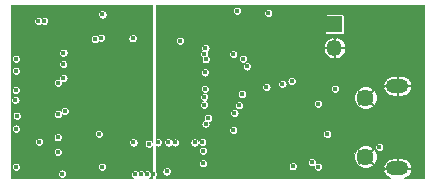
<source format=gbr>
G04 #@! TF.GenerationSoftware,KiCad,Pcbnew,(5.1.2-1)-1*
G04 #@! TF.CreationDate,2020-01-07T18:23:05-05:00*
G04 #@! TF.ProjectId,ARBO Mini,4152424f-204d-4696-9e69-2e6b69636164,rev?*
G04 #@! TF.SameCoordinates,Original*
G04 #@! TF.FileFunction,Copper,L2,Inr*
G04 #@! TF.FilePolarity,Positive*
%FSLAX46Y46*%
G04 Gerber Fmt 4.6, Leading zero omitted, Abs format (unit mm)*
G04 Created by KiCad (PCBNEW (5.1.2-1)-1) date 2020-01-07 18:23:05*
%MOMM*%
%LPD*%
G04 APERTURE LIST*
%ADD10O,1.350000X1.350000*%
%ADD11R,1.350000X1.350000*%
%ADD12O,1.900000X1.200000*%
%ADD13C,1.450000*%
%ADD14C,0.400000*%
%ADD15C,0.100000*%
G04 APERTURE END LIST*
D10*
X133096000Y-57245000D03*
D11*
X133096000Y-55245000D03*
D12*
X138430000Y-60462400D03*
X138430000Y-67462400D03*
D13*
X135730000Y-61462400D03*
X135730000Y-66462400D03*
D14*
X127469900Y-56172100D03*
X120523000Y-65265300D03*
X124637800Y-58343800D03*
X138938000Y-57150000D03*
X129392667Y-65276096D03*
X125288716Y-65515404D03*
X124890727Y-61530738D03*
X129794000Y-57302400D03*
X119507040Y-56413400D03*
X121973474Y-67523537D03*
X122631202Y-54275010D03*
X136906000Y-65659000D03*
X125349000Y-58166002D03*
X125272800Y-61163200D03*
X133147710Y-60717790D03*
X116082431Y-65260011D03*
X129565400Y-67284600D03*
X113152437Y-64523222D03*
X113436400Y-67310000D03*
X128698026Y-60291038D03*
X116014500Y-56443411D03*
X117498349Y-53949469D03*
X117723075Y-67970269D03*
X110333823Y-55807577D03*
X113060190Y-65419585D03*
X110135824Y-58631226D03*
X110159800Y-59817000D03*
X109673448Y-60200706D03*
X110270990Y-62597174D03*
X109702600Y-62865000D03*
X109671178Y-64826817D03*
X113461800Y-54423421D03*
X109681990Y-66058270D03*
X110058200Y-67894198D03*
X118888362Y-67710012D03*
X121981324Y-67023587D03*
X131191002Y-66929000D03*
X116723131Y-67962976D03*
X131713523Y-67314345D03*
X117223066Y-67971769D03*
X125679200Y-58826400D03*
X117371674Y-65368316D03*
X122080012Y-61400643D03*
X127508000Y-54300410D03*
X127343579Y-60565621D03*
X122202894Y-58221683D03*
X122123196Y-60718696D03*
X124536200Y-64211200D03*
X124841000Y-54102000D03*
X131724390Y-61976000D03*
X121914557Y-65228145D03*
X122123201Y-59334400D03*
X121980003Y-65965007D03*
X129474833Y-60046273D03*
X120025847Y-56644503D03*
X132486400Y-64541402D03*
X122186700Y-63677800D03*
X119037100Y-65260012D03*
X124543939Y-57787579D03*
X122080012Y-57737006D03*
X121259600Y-65265300D03*
X124637800Y-62763400D03*
X108026200Y-54965600D03*
X112826800Y-56507597D03*
X108534200Y-54965600D03*
X113360200Y-56388000D03*
X122179730Y-57247039D03*
X118148100Y-65260012D03*
X125024149Y-62112988D03*
X122402600Y-63195200D03*
X122080012Y-62059619D03*
X119621300Y-65265300D03*
X116223207Y-67953621D03*
X110159800Y-57658000D03*
X106121200Y-67310000D03*
X108102400Y-65201800D03*
X106121200Y-64084200D03*
X106197400Y-62992000D03*
X106095800Y-61645800D03*
X106121200Y-60833000D03*
X106121200Y-59182000D03*
X106121200Y-58166000D03*
D15*
G36*
X140666000Y-68276000D02*
G01*
X139022833Y-68276000D01*
X139151475Y-68228563D01*
X139293808Y-68141370D01*
X139416396Y-68028085D01*
X139514527Y-67893061D01*
X139584431Y-67741487D01*
X139610259Y-67644523D01*
X139565911Y-67512400D01*
X138480000Y-67512400D01*
X138480000Y-67532400D01*
X138380000Y-67532400D01*
X138380000Y-67512400D01*
X137294089Y-67512400D01*
X137249741Y-67644523D01*
X137275569Y-67741487D01*
X137345473Y-67893061D01*
X137443604Y-68028085D01*
X137566192Y-68141370D01*
X137708525Y-68228563D01*
X137837167Y-68276000D01*
X118033000Y-68276000D01*
X118033000Y-68136417D01*
X118033241Y-68136056D01*
X118059625Y-68072360D01*
X118073075Y-68004741D01*
X118073075Y-67935797D01*
X118059625Y-67868178D01*
X118033241Y-67804482D01*
X118033000Y-67804121D01*
X118033000Y-67675540D01*
X118538362Y-67675540D01*
X118538362Y-67744484D01*
X118551812Y-67812103D01*
X118578196Y-67875799D01*
X118616499Y-67933124D01*
X118665250Y-67981875D01*
X118722575Y-68020178D01*
X118786271Y-68046562D01*
X118853890Y-68060012D01*
X118922834Y-68060012D01*
X118990453Y-68046562D01*
X119054149Y-68020178D01*
X119111474Y-67981875D01*
X119160225Y-67933124D01*
X119198528Y-67875799D01*
X119224912Y-67812103D01*
X119238362Y-67744484D01*
X119238362Y-67675540D01*
X119224912Y-67607921D01*
X119198528Y-67544225D01*
X119160225Y-67486900D01*
X119111474Y-67438149D01*
X119054149Y-67399846D01*
X118990453Y-67373462D01*
X118922834Y-67360012D01*
X118853890Y-67360012D01*
X118786271Y-67373462D01*
X118722575Y-67399846D01*
X118665250Y-67438149D01*
X118616499Y-67486900D01*
X118578196Y-67544225D01*
X118551812Y-67607921D01*
X118538362Y-67675540D01*
X118033000Y-67675540D01*
X118033000Y-66989115D01*
X121631324Y-66989115D01*
X121631324Y-67058059D01*
X121644774Y-67125678D01*
X121671158Y-67189374D01*
X121709461Y-67246699D01*
X121758212Y-67295450D01*
X121815537Y-67333753D01*
X121879233Y-67360137D01*
X121946852Y-67373587D01*
X122015796Y-67373587D01*
X122083415Y-67360137D01*
X122147111Y-67333753D01*
X122204436Y-67295450D01*
X122249758Y-67250128D01*
X129215400Y-67250128D01*
X129215400Y-67319072D01*
X129228850Y-67386691D01*
X129255234Y-67450387D01*
X129293537Y-67507712D01*
X129342288Y-67556463D01*
X129399613Y-67594766D01*
X129463309Y-67621150D01*
X129530928Y-67634600D01*
X129599872Y-67634600D01*
X129667491Y-67621150D01*
X129731187Y-67594766D01*
X129788512Y-67556463D01*
X129837263Y-67507712D01*
X129875566Y-67450387D01*
X129901950Y-67386691D01*
X129915400Y-67319072D01*
X129915400Y-67250128D01*
X129901950Y-67182509D01*
X129875566Y-67118813D01*
X129837263Y-67061488D01*
X129788512Y-67012737D01*
X129731187Y-66974434D01*
X129667491Y-66948050D01*
X129599872Y-66934600D01*
X129530928Y-66934600D01*
X129463309Y-66948050D01*
X129399613Y-66974434D01*
X129342288Y-67012737D01*
X129293537Y-67061488D01*
X129255234Y-67118813D01*
X129228850Y-67182509D01*
X129215400Y-67250128D01*
X122249758Y-67250128D01*
X122253187Y-67246699D01*
X122291490Y-67189374D01*
X122317874Y-67125678D01*
X122331324Y-67058059D01*
X122331324Y-66989115D01*
X122317874Y-66921496D01*
X122306704Y-66894528D01*
X130841002Y-66894528D01*
X130841002Y-66963472D01*
X130854452Y-67031091D01*
X130880836Y-67094787D01*
X130919139Y-67152112D01*
X130967890Y-67200863D01*
X131025215Y-67239166D01*
X131088911Y-67265550D01*
X131156530Y-67279000D01*
X131225474Y-67279000D01*
X131293093Y-67265550D01*
X131356789Y-67239166D01*
X131373893Y-67227737D01*
X131363523Y-67279873D01*
X131363523Y-67348817D01*
X131376973Y-67416436D01*
X131403357Y-67480132D01*
X131441660Y-67537457D01*
X131490411Y-67586208D01*
X131547736Y-67624511D01*
X131611432Y-67650895D01*
X131679051Y-67664345D01*
X131747995Y-67664345D01*
X131815614Y-67650895D01*
X131879310Y-67624511D01*
X131936635Y-67586208D01*
X131985386Y-67537457D01*
X132023689Y-67480132D01*
X132050073Y-67416436D01*
X132063523Y-67348817D01*
X132063523Y-67279873D01*
X132050073Y-67212254D01*
X132023689Y-67148558D01*
X132021554Y-67145362D01*
X135117749Y-67145362D01*
X135195337Y-67283364D01*
X135365773Y-67371897D01*
X135550205Y-67425478D01*
X135741548Y-67442049D01*
X135932446Y-67420972D01*
X136115565Y-67363058D01*
X136264663Y-67283364D01*
X136266398Y-67280277D01*
X137249741Y-67280277D01*
X137294089Y-67412400D01*
X138380000Y-67412400D01*
X138380000Y-66612400D01*
X138480000Y-66612400D01*
X138480000Y-67412400D01*
X139565911Y-67412400D01*
X139610259Y-67280277D01*
X139584431Y-67183313D01*
X139514527Y-67031739D01*
X139416396Y-66896715D01*
X139293808Y-66783430D01*
X139151475Y-66696237D01*
X138994866Y-66638487D01*
X138830000Y-66612400D01*
X138480000Y-66612400D01*
X138380000Y-66612400D01*
X138030000Y-66612400D01*
X137865134Y-66638487D01*
X137708525Y-66696237D01*
X137566192Y-66783430D01*
X137443604Y-66896715D01*
X137345473Y-67031739D01*
X137275569Y-67183313D01*
X137249741Y-67280277D01*
X136266398Y-67280277D01*
X136342251Y-67145362D01*
X135730000Y-66533111D01*
X135117749Y-67145362D01*
X132021554Y-67145362D01*
X131985386Y-67091233D01*
X131936635Y-67042482D01*
X131879310Y-67004179D01*
X131815614Y-66977795D01*
X131747995Y-66964345D01*
X131679051Y-66964345D01*
X131611432Y-66977795D01*
X131547736Y-67004179D01*
X131530632Y-67015608D01*
X131541002Y-66963472D01*
X131541002Y-66894528D01*
X131527552Y-66826909D01*
X131501168Y-66763213D01*
X131462865Y-66705888D01*
X131414114Y-66657137D01*
X131356789Y-66618834D01*
X131293093Y-66592450D01*
X131225474Y-66579000D01*
X131156530Y-66579000D01*
X131088911Y-66592450D01*
X131025215Y-66618834D01*
X130967890Y-66657137D01*
X130919139Y-66705888D01*
X130880836Y-66763213D01*
X130854452Y-66826909D01*
X130841002Y-66894528D01*
X122306704Y-66894528D01*
X122291490Y-66857800D01*
X122253187Y-66800475D01*
X122204436Y-66751724D01*
X122147111Y-66713421D01*
X122083415Y-66687037D01*
X122015796Y-66673587D01*
X121946852Y-66673587D01*
X121879233Y-66687037D01*
X121815537Y-66713421D01*
X121758212Y-66751724D01*
X121709461Y-66800475D01*
X121671158Y-66857800D01*
X121644774Y-66921496D01*
X121631324Y-66989115D01*
X118033000Y-66989115D01*
X118033000Y-66473948D01*
X134750351Y-66473948D01*
X134771428Y-66664846D01*
X134829342Y-66847965D01*
X134909036Y-66997063D01*
X135047038Y-67074651D01*
X135659289Y-66462400D01*
X135800711Y-66462400D01*
X136412962Y-67074651D01*
X136550964Y-66997063D01*
X136639497Y-66826627D01*
X136693078Y-66642195D01*
X136709649Y-66450852D01*
X136688572Y-66259954D01*
X136630658Y-66076835D01*
X136550964Y-65927737D01*
X136412962Y-65850149D01*
X135800711Y-66462400D01*
X135659289Y-66462400D01*
X135047038Y-65850149D01*
X134909036Y-65927737D01*
X134820503Y-66098173D01*
X134766922Y-66282605D01*
X134750351Y-66473948D01*
X118033000Y-66473948D01*
X118033000Y-65930535D01*
X121630003Y-65930535D01*
X121630003Y-65999479D01*
X121643453Y-66067098D01*
X121669837Y-66130794D01*
X121708140Y-66188119D01*
X121756891Y-66236870D01*
X121814216Y-66275173D01*
X121877912Y-66301557D01*
X121945531Y-66315007D01*
X122014475Y-66315007D01*
X122082094Y-66301557D01*
X122145790Y-66275173D01*
X122203115Y-66236870D01*
X122251866Y-66188119D01*
X122290169Y-66130794D01*
X122316553Y-66067098D01*
X122330003Y-65999479D01*
X122330003Y-65930535D01*
X122316553Y-65862916D01*
X122290169Y-65799220D01*
X122276952Y-65779438D01*
X135117749Y-65779438D01*
X135730000Y-66391689D01*
X136342251Y-65779438D01*
X136264663Y-65641436D01*
X136232114Y-65624528D01*
X136556000Y-65624528D01*
X136556000Y-65693472D01*
X136569450Y-65761091D01*
X136595834Y-65824787D01*
X136634137Y-65882112D01*
X136682888Y-65930863D01*
X136740213Y-65969166D01*
X136803909Y-65995550D01*
X136871528Y-66009000D01*
X136940472Y-66009000D01*
X137008091Y-65995550D01*
X137071787Y-65969166D01*
X137129112Y-65930863D01*
X137177863Y-65882112D01*
X137216166Y-65824787D01*
X137242550Y-65761091D01*
X137256000Y-65693472D01*
X137256000Y-65624528D01*
X137242550Y-65556909D01*
X137216166Y-65493213D01*
X137177863Y-65435888D01*
X137129112Y-65387137D01*
X137071787Y-65348834D01*
X137008091Y-65322450D01*
X136940472Y-65309000D01*
X136871528Y-65309000D01*
X136803909Y-65322450D01*
X136740213Y-65348834D01*
X136682888Y-65387137D01*
X136634137Y-65435888D01*
X136595834Y-65493213D01*
X136569450Y-65556909D01*
X136556000Y-65624528D01*
X136232114Y-65624528D01*
X136094227Y-65552903D01*
X135909795Y-65499322D01*
X135718452Y-65482751D01*
X135527554Y-65503828D01*
X135344435Y-65561742D01*
X135195337Y-65641436D01*
X135117749Y-65779438D01*
X122276952Y-65779438D01*
X122251866Y-65741895D01*
X122203115Y-65693144D01*
X122145790Y-65654841D01*
X122082094Y-65628457D01*
X122014475Y-65615007D01*
X121945531Y-65615007D01*
X121877912Y-65628457D01*
X121814216Y-65654841D01*
X121756891Y-65693144D01*
X121708140Y-65741895D01*
X121669837Y-65799220D01*
X121643453Y-65862916D01*
X121630003Y-65930535D01*
X118033000Y-65930535D01*
X118033000Y-65591173D01*
X118046009Y-65596562D01*
X118113628Y-65610012D01*
X118182572Y-65610012D01*
X118250191Y-65596562D01*
X118313887Y-65570178D01*
X118371212Y-65531875D01*
X118419963Y-65483124D01*
X118458266Y-65425799D01*
X118484650Y-65362103D01*
X118498100Y-65294484D01*
X118498100Y-65225540D01*
X118687100Y-65225540D01*
X118687100Y-65294484D01*
X118700550Y-65362103D01*
X118726934Y-65425799D01*
X118765237Y-65483124D01*
X118813988Y-65531875D01*
X118871313Y-65570178D01*
X118935009Y-65596562D01*
X119002628Y-65610012D01*
X119071572Y-65610012D01*
X119139191Y-65596562D01*
X119202887Y-65570178D01*
X119260212Y-65531875D01*
X119308963Y-65483124D01*
X119327433Y-65455481D01*
X119349437Y-65488412D01*
X119398188Y-65537163D01*
X119455513Y-65575466D01*
X119519209Y-65601850D01*
X119586828Y-65615300D01*
X119655772Y-65615300D01*
X119723391Y-65601850D01*
X119787087Y-65575466D01*
X119844412Y-65537163D01*
X119893163Y-65488412D01*
X119931466Y-65431087D01*
X119957850Y-65367391D01*
X119971300Y-65299772D01*
X119971300Y-65230828D01*
X120909600Y-65230828D01*
X120909600Y-65299772D01*
X120923050Y-65367391D01*
X120949434Y-65431087D01*
X120987737Y-65488412D01*
X121036488Y-65537163D01*
X121093813Y-65575466D01*
X121157509Y-65601850D01*
X121225128Y-65615300D01*
X121294072Y-65615300D01*
X121361691Y-65601850D01*
X121425387Y-65575466D01*
X121482712Y-65537163D01*
X121531463Y-65488412D01*
X121569766Y-65431087D01*
X121594774Y-65370714D01*
X121604391Y-65393932D01*
X121642694Y-65451257D01*
X121691445Y-65500008D01*
X121748770Y-65538311D01*
X121812466Y-65564695D01*
X121880085Y-65578145D01*
X121949029Y-65578145D01*
X122016648Y-65564695D01*
X122080344Y-65538311D01*
X122137669Y-65500008D01*
X122186420Y-65451257D01*
X122224723Y-65393932D01*
X122251107Y-65330236D01*
X122264557Y-65262617D01*
X122264557Y-65193673D01*
X122251107Y-65126054D01*
X122224723Y-65062358D01*
X122186420Y-65005033D01*
X122137669Y-64956282D01*
X122080344Y-64917979D01*
X122016648Y-64891595D01*
X121949029Y-64878145D01*
X121880085Y-64878145D01*
X121812466Y-64891595D01*
X121748770Y-64917979D01*
X121691445Y-64956282D01*
X121642694Y-65005033D01*
X121604391Y-65062358D01*
X121579383Y-65122731D01*
X121569766Y-65099513D01*
X121531463Y-65042188D01*
X121482712Y-64993437D01*
X121425387Y-64955134D01*
X121361691Y-64928750D01*
X121294072Y-64915300D01*
X121225128Y-64915300D01*
X121157509Y-64928750D01*
X121093813Y-64955134D01*
X121036488Y-64993437D01*
X120987737Y-65042188D01*
X120949434Y-65099513D01*
X120923050Y-65163209D01*
X120909600Y-65230828D01*
X119971300Y-65230828D01*
X119957850Y-65163209D01*
X119931466Y-65099513D01*
X119893163Y-65042188D01*
X119844412Y-64993437D01*
X119787087Y-64955134D01*
X119723391Y-64928750D01*
X119655772Y-64915300D01*
X119586828Y-64915300D01*
X119519209Y-64928750D01*
X119455513Y-64955134D01*
X119398188Y-64993437D01*
X119349437Y-65042188D01*
X119330967Y-65069831D01*
X119308963Y-65036900D01*
X119260212Y-64988149D01*
X119202887Y-64949846D01*
X119139191Y-64923462D01*
X119071572Y-64910012D01*
X119002628Y-64910012D01*
X118935009Y-64923462D01*
X118871313Y-64949846D01*
X118813988Y-64988149D01*
X118765237Y-65036900D01*
X118726934Y-65094225D01*
X118700550Y-65157921D01*
X118687100Y-65225540D01*
X118498100Y-65225540D01*
X118484650Y-65157921D01*
X118458266Y-65094225D01*
X118419963Y-65036900D01*
X118371212Y-64988149D01*
X118313887Y-64949846D01*
X118250191Y-64923462D01*
X118182572Y-64910012D01*
X118113628Y-64910012D01*
X118046009Y-64923462D01*
X118033000Y-64928851D01*
X118033000Y-64176728D01*
X124186200Y-64176728D01*
X124186200Y-64245672D01*
X124199650Y-64313291D01*
X124226034Y-64376987D01*
X124264337Y-64434312D01*
X124313088Y-64483063D01*
X124370413Y-64521366D01*
X124434109Y-64547750D01*
X124501728Y-64561200D01*
X124570672Y-64561200D01*
X124638291Y-64547750D01*
X124701987Y-64521366D01*
X124723592Y-64506930D01*
X132136400Y-64506930D01*
X132136400Y-64575874D01*
X132149850Y-64643493D01*
X132176234Y-64707189D01*
X132214537Y-64764514D01*
X132263288Y-64813265D01*
X132320613Y-64851568D01*
X132384309Y-64877952D01*
X132451928Y-64891402D01*
X132520872Y-64891402D01*
X132588491Y-64877952D01*
X132652187Y-64851568D01*
X132709512Y-64813265D01*
X132758263Y-64764514D01*
X132796566Y-64707189D01*
X132822950Y-64643493D01*
X132836400Y-64575874D01*
X132836400Y-64506930D01*
X132822950Y-64439311D01*
X132796566Y-64375615D01*
X132758263Y-64318290D01*
X132709512Y-64269539D01*
X132652187Y-64231236D01*
X132588491Y-64204852D01*
X132520872Y-64191402D01*
X132451928Y-64191402D01*
X132384309Y-64204852D01*
X132320613Y-64231236D01*
X132263288Y-64269539D01*
X132214537Y-64318290D01*
X132176234Y-64375615D01*
X132149850Y-64439311D01*
X132136400Y-64506930D01*
X124723592Y-64506930D01*
X124759312Y-64483063D01*
X124808063Y-64434312D01*
X124846366Y-64376987D01*
X124872750Y-64313291D01*
X124886200Y-64245672D01*
X124886200Y-64176728D01*
X124872750Y-64109109D01*
X124846366Y-64045413D01*
X124808063Y-63988088D01*
X124759312Y-63939337D01*
X124701987Y-63901034D01*
X124638291Y-63874650D01*
X124570672Y-63861200D01*
X124501728Y-63861200D01*
X124434109Y-63874650D01*
X124370413Y-63901034D01*
X124313088Y-63939337D01*
X124264337Y-63988088D01*
X124226034Y-64045413D01*
X124199650Y-64109109D01*
X124186200Y-64176728D01*
X118033000Y-64176728D01*
X118033000Y-63643328D01*
X121836700Y-63643328D01*
X121836700Y-63712272D01*
X121850150Y-63779891D01*
X121876534Y-63843587D01*
X121914837Y-63900912D01*
X121963588Y-63949663D01*
X122020913Y-63987966D01*
X122084609Y-64014350D01*
X122152228Y-64027800D01*
X122221172Y-64027800D01*
X122288791Y-64014350D01*
X122352487Y-63987966D01*
X122409812Y-63949663D01*
X122458563Y-63900912D01*
X122496866Y-63843587D01*
X122523250Y-63779891D01*
X122536700Y-63712272D01*
X122536700Y-63643328D01*
X122523250Y-63575709D01*
X122504990Y-63531626D01*
X122568387Y-63505366D01*
X122625712Y-63467063D01*
X122674463Y-63418312D01*
X122712766Y-63360987D01*
X122739150Y-63297291D01*
X122752600Y-63229672D01*
X122752600Y-63160728D01*
X122739150Y-63093109D01*
X122712766Y-63029413D01*
X122674463Y-62972088D01*
X122625712Y-62923337D01*
X122568387Y-62885034D01*
X122504691Y-62858650D01*
X122437072Y-62845200D01*
X122368128Y-62845200D01*
X122300509Y-62858650D01*
X122236813Y-62885034D01*
X122179488Y-62923337D01*
X122130737Y-62972088D01*
X122092434Y-63029413D01*
X122066050Y-63093109D01*
X122052600Y-63160728D01*
X122052600Y-63229672D01*
X122066050Y-63297291D01*
X122084310Y-63341374D01*
X122020913Y-63367634D01*
X121963588Y-63405937D01*
X121914837Y-63454688D01*
X121876534Y-63512013D01*
X121850150Y-63575709D01*
X121836700Y-63643328D01*
X118033000Y-63643328D01*
X118033000Y-62728928D01*
X124287800Y-62728928D01*
X124287800Y-62797872D01*
X124301250Y-62865491D01*
X124327634Y-62929187D01*
X124365937Y-62986512D01*
X124414688Y-63035263D01*
X124472013Y-63073566D01*
X124535709Y-63099950D01*
X124603328Y-63113400D01*
X124672272Y-63113400D01*
X124739891Y-63099950D01*
X124803587Y-63073566D01*
X124860912Y-63035263D01*
X124909663Y-62986512D01*
X124947966Y-62929187D01*
X124974350Y-62865491D01*
X124987800Y-62797872D01*
X124987800Y-62728928D01*
X124974350Y-62661309D01*
X124947966Y-62597613D01*
X124909663Y-62540288D01*
X124860912Y-62491537D01*
X124803587Y-62453234D01*
X124739891Y-62426850D01*
X124672272Y-62413400D01*
X124603328Y-62413400D01*
X124535709Y-62426850D01*
X124472013Y-62453234D01*
X124414688Y-62491537D01*
X124365937Y-62540288D01*
X124327634Y-62597613D01*
X124301250Y-62661309D01*
X124287800Y-62728928D01*
X118033000Y-62728928D01*
X118033000Y-61366171D01*
X121730012Y-61366171D01*
X121730012Y-61435115D01*
X121743462Y-61502734D01*
X121769846Y-61566430D01*
X121808149Y-61623755D01*
X121856900Y-61672506D01*
X121914225Y-61710809D01*
X121960872Y-61730131D01*
X121914225Y-61749453D01*
X121856900Y-61787756D01*
X121808149Y-61836507D01*
X121769846Y-61893832D01*
X121743462Y-61957528D01*
X121730012Y-62025147D01*
X121730012Y-62094091D01*
X121743462Y-62161710D01*
X121769846Y-62225406D01*
X121808149Y-62282731D01*
X121856900Y-62331482D01*
X121914225Y-62369785D01*
X121977921Y-62396169D01*
X122045540Y-62409619D01*
X122114484Y-62409619D01*
X122182103Y-62396169D01*
X122245799Y-62369785D01*
X122303124Y-62331482D01*
X122351875Y-62282731D01*
X122390178Y-62225406D01*
X122416562Y-62161710D01*
X122430012Y-62094091D01*
X122430012Y-62078516D01*
X124674149Y-62078516D01*
X124674149Y-62147460D01*
X124687599Y-62215079D01*
X124713983Y-62278775D01*
X124752286Y-62336100D01*
X124801037Y-62384851D01*
X124858362Y-62423154D01*
X124922058Y-62449538D01*
X124989677Y-62462988D01*
X125058621Y-62462988D01*
X125126240Y-62449538D01*
X125189936Y-62423154D01*
X125247261Y-62384851D01*
X125296012Y-62336100D01*
X125334315Y-62278775D01*
X125360699Y-62215079D01*
X125374149Y-62147460D01*
X125374149Y-62078516D01*
X125360699Y-62010897D01*
X125334315Y-61947201D01*
X125330525Y-61941528D01*
X131374390Y-61941528D01*
X131374390Y-62010472D01*
X131387840Y-62078091D01*
X131414224Y-62141787D01*
X131452527Y-62199112D01*
X131501278Y-62247863D01*
X131558603Y-62286166D01*
X131622299Y-62312550D01*
X131689918Y-62326000D01*
X131758862Y-62326000D01*
X131826481Y-62312550D01*
X131890177Y-62286166D01*
X131947502Y-62247863D01*
X131996253Y-62199112D01*
X132032167Y-62145362D01*
X135117749Y-62145362D01*
X135195337Y-62283364D01*
X135365773Y-62371897D01*
X135550205Y-62425478D01*
X135741548Y-62442049D01*
X135932446Y-62420972D01*
X136115565Y-62363058D01*
X136264663Y-62283364D01*
X136342251Y-62145362D01*
X135730000Y-61533111D01*
X135117749Y-62145362D01*
X132032167Y-62145362D01*
X132034556Y-62141787D01*
X132060940Y-62078091D01*
X132074390Y-62010472D01*
X132074390Y-61941528D01*
X132060940Y-61873909D01*
X132034556Y-61810213D01*
X131996253Y-61752888D01*
X131947502Y-61704137D01*
X131890177Y-61665834D01*
X131826481Y-61639450D01*
X131758862Y-61626000D01*
X131689918Y-61626000D01*
X131622299Y-61639450D01*
X131558603Y-61665834D01*
X131501278Y-61704137D01*
X131452527Y-61752888D01*
X131414224Y-61810213D01*
X131387840Y-61873909D01*
X131374390Y-61941528D01*
X125330525Y-61941528D01*
X125296012Y-61889876D01*
X125247261Y-61841125D01*
X125189936Y-61802822D01*
X125126240Y-61776438D01*
X125058621Y-61762988D01*
X124989677Y-61762988D01*
X124922058Y-61776438D01*
X124858362Y-61802822D01*
X124801037Y-61841125D01*
X124752286Y-61889876D01*
X124713983Y-61947201D01*
X124687599Y-62010897D01*
X124674149Y-62078516D01*
X122430012Y-62078516D01*
X122430012Y-62025147D01*
X122416562Y-61957528D01*
X122390178Y-61893832D01*
X122351875Y-61836507D01*
X122303124Y-61787756D01*
X122245799Y-61749453D01*
X122199152Y-61730131D01*
X122245799Y-61710809D01*
X122303124Y-61672506D01*
X122351875Y-61623755D01*
X122390178Y-61566430D01*
X122416562Y-61502734D01*
X122430012Y-61435115D01*
X122430012Y-61366171D01*
X122416562Y-61298552D01*
X122390178Y-61234856D01*
X122351875Y-61177531D01*
X122303124Y-61128780D01*
X122303047Y-61128728D01*
X124922800Y-61128728D01*
X124922800Y-61197672D01*
X124936250Y-61265291D01*
X124962634Y-61328987D01*
X125000937Y-61386312D01*
X125049688Y-61435063D01*
X125107013Y-61473366D01*
X125170709Y-61499750D01*
X125238328Y-61513200D01*
X125307272Y-61513200D01*
X125374891Y-61499750D01*
X125437181Y-61473948D01*
X134750351Y-61473948D01*
X134771428Y-61664846D01*
X134829342Y-61847965D01*
X134909036Y-61997063D01*
X135047038Y-62074651D01*
X135659289Y-61462400D01*
X135800711Y-61462400D01*
X136412962Y-62074651D01*
X136550964Y-61997063D01*
X136639497Y-61826627D01*
X136693078Y-61642195D01*
X136709649Y-61450852D01*
X136688572Y-61259954D01*
X136630658Y-61076835D01*
X136550964Y-60927737D01*
X136412962Y-60850149D01*
X135800711Y-61462400D01*
X135659289Y-61462400D01*
X135047038Y-60850149D01*
X134909036Y-60927737D01*
X134820503Y-61098173D01*
X134766922Y-61282605D01*
X134750351Y-61473948D01*
X125437181Y-61473948D01*
X125438587Y-61473366D01*
X125495912Y-61435063D01*
X125544663Y-61386312D01*
X125582966Y-61328987D01*
X125609350Y-61265291D01*
X125622800Y-61197672D01*
X125622800Y-61128728D01*
X125609350Y-61061109D01*
X125582966Y-60997413D01*
X125544663Y-60940088D01*
X125495912Y-60891337D01*
X125438587Y-60853034D01*
X125374891Y-60826650D01*
X125307272Y-60813200D01*
X125238328Y-60813200D01*
X125170709Y-60826650D01*
X125107013Y-60853034D01*
X125049688Y-60891337D01*
X125000937Y-60940088D01*
X124962634Y-60997413D01*
X124936250Y-61061109D01*
X124922800Y-61128728D01*
X122303047Y-61128728D01*
X122245799Y-61090477D01*
X122182103Y-61064093D01*
X122181456Y-61063964D01*
X122225287Y-61055246D01*
X122288983Y-61028862D01*
X122346308Y-60990559D01*
X122395059Y-60941808D01*
X122433362Y-60884483D01*
X122459746Y-60820787D01*
X122473196Y-60753168D01*
X122473196Y-60684224D01*
X122459746Y-60616605D01*
X122433362Y-60552909D01*
X122418823Y-60531149D01*
X126993579Y-60531149D01*
X126993579Y-60600093D01*
X127007029Y-60667712D01*
X127033413Y-60731408D01*
X127071716Y-60788733D01*
X127120467Y-60837484D01*
X127177792Y-60875787D01*
X127241488Y-60902171D01*
X127309107Y-60915621D01*
X127378051Y-60915621D01*
X127445670Y-60902171D01*
X127509366Y-60875787D01*
X127566691Y-60837484D01*
X127615442Y-60788733D01*
X127653745Y-60731408D01*
X127673664Y-60683318D01*
X132797710Y-60683318D01*
X132797710Y-60752262D01*
X132811160Y-60819881D01*
X132837544Y-60883577D01*
X132875847Y-60940902D01*
X132924598Y-60989653D01*
X132981923Y-61027956D01*
X133045619Y-61054340D01*
X133113238Y-61067790D01*
X133182182Y-61067790D01*
X133249801Y-61054340D01*
X133313497Y-61027956D01*
X133370822Y-60989653D01*
X133419573Y-60940902D01*
X133457876Y-60883577D01*
X133484260Y-60819881D01*
X133492304Y-60779438D01*
X135117749Y-60779438D01*
X135730000Y-61391689D01*
X136342251Y-60779438D01*
X136266399Y-60644523D01*
X137249741Y-60644523D01*
X137275569Y-60741487D01*
X137345473Y-60893061D01*
X137443604Y-61028085D01*
X137566192Y-61141370D01*
X137708525Y-61228563D01*
X137865134Y-61286313D01*
X138030000Y-61312400D01*
X138380000Y-61312400D01*
X138380000Y-60512400D01*
X138480000Y-60512400D01*
X138480000Y-61312400D01*
X138830000Y-61312400D01*
X138994866Y-61286313D01*
X139151475Y-61228563D01*
X139293808Y-61141370D01*
X139416396Y-61028085D01*
X139514527Y-60893061D01*
X139584431Y-60741487D01*
X139610259Y-60644523D01*
X139565911Y-60512400D01*
X138480000Y-60512400D01*
X138380000Y-60512400D01*
X137294089Y-60512400D01*
X137249741Y-60644523D01*
X136266399Y-60644523D01*
X136264663Y-60641436D01*
X136094227Y-60552903D01*
X135909795Y-60499322D01*
X135718452Y-60482751D01*
X135527554Y-60503828D01*
X135344435Y-60561742D01*
X135195337Y-60641436D01*
X135117749Y-60779438D01*
X133492304Y-60779438D01*
X133497710Y-60752262D01*
X133497710Y-60683318D01*
X133484260Y-60615699D01*
X133457876Y-60552003D01*
X133419573Y-60494678D01*
X133370822Y-60445927D01*
X133313497Y-60407624D01*
X133249801Y-60381240D01*
X133182182Y-60367790D01*
X133113238Y-60367790D01*
X133045619Y-60381240D01*
X132981923Y-60407624D01*
X132924598Y-60445927D01*
X132875847Y-60494678D01*
X132837544Y-60552003D01*
X132811160Y-60615699D01*
X132797710Y-60683318D01*
X127673664Y-60683318D01*
X127680129Y-60667712D01*
X127693579Y-60600093D01*
X127693579Y-60531149D01*
X127680129Y-60463530D01*
X127653745Y-60399834D01*
X127615442Y-60342509D01*
X127566691Y-60293758D01*
X127511029Y-60256566D01*
X128348026Y-60256566D01*
X128348026Y-60325510D01*
X128361476Y-60393129D01*
X128387860Y-60456825D01*
X128426163Y-60514150D01*
X128474914Y-60562901D01*
X128532239Y-60601204D01*
X128595935Y-60627588D01*
X128663554Y-60641038D01*
X128732498Y-60641038D01*
X128800117Y-60627588D01*
X128863813Y-60601204D01*
X128921138Y-60562901D01*
X128969889Y-60514150D01*
X129008192Y-60456825D01*
X129034576Y-60393129D01*
X129048026Y-60325510D01*
X129048026Y-60256566D01*
X129034576Y-60188947D01*
X129008192Y-60125251D01*
X128969889Y-60067926D01*
X128921138Y-60019175D01*
X128910102Y-60011801D01*
X129124833Y-60011801D01*
X129124833Y-60080745D01*
X129138283Y-60148364D01*
X129164667Y-60212060D01*
X129202970Y-60269385D01*
X129251721Y-60318136D01*
X129309046Y-60356439D01*
X129372742Y-60382823D01*
X129440361Y-60396273D01*
X129509305Y-60396273D01*
X129576924Y-60382823D01*
X129640620Y-60356439D01*
X129697945Y-60318136D01*
X129735804Y-60280277D01*
X137249741Y-60280277D01*
X137294089Y-60412400D01*
X138380000Y-60412400D01*
X138380000Y-59612400D01*
X138480000Y-59612400D01*
X138480000Y-60412400D01*
X139565911Y-60412400D01*
X139610259Y-60280277D01*
X139584431Y-60183313D01*
X139514527Y-60031739D01*
X139416396Y-59896715D01*
X139293808Y-59783430D01*
X139151475Y-59696237D01*
X138994866Y-59638487D01*
X138830000Y-59612400D01*
X138480000Y-59612400D01*
X138380000Y-59612400D01*
X138030000Y-59612400D01*
X137865134Y-59638487D01*
X137708525Y-59696237D01*
X137566192Y-59783430D01*
X137443604Y-59896715D01*
X137345473Y-60031739D01*
X137275569Y-60183313D01*
X137249741Y-60280277D01*
X129735804Y-60280277D01*
X129746696Y-60269385D01*
X129784999Y-60212060D01*
X129811383Y-60148364D01*
X129824833Y-60080745D01*
X129824833Y-60011801D01*
X129811383Y-59944182D01*
X129784999Y-59880486D01*
X129746696Y-59823161D01*
X129697945Y-59774410D01*
X129640620Y-59736107D01*
X129576924Y-59709723D01*
X129509305Y-59696273D01*
X129440361Y-59696273D01*
X129372742Y-59709723D01*
X129309046Y-59736107D01*
X129251721Y-59774410D01*
X129202970Y-59823161D01*
X129164667Y-59880486D01*
X129138283Y-59944182D01*
X129124833Y-60011801D01*
X128910102Y-60011801D01*
X128863813Y-59980872D01*
X128800117Y-59954488D01*
X128732498Y-59941038D01*
X128663554Y-59941038D01*
X128595935Y-59954488D01*
X128532239Y-59980872D01*
X128474914Y-60019175D01*
X128426163Y-60067926D01*
X128387860Y-60125251D01*
X128361476Y-60188947D01*
X128348026Y-60256566D01*
X127511029Y-60256566D01*
X127509366Y-60255455D01*
X127445670Y-60229071D01*
X127378051Y-60215621D01*
X127309107Y-60215621D01*
X127241488Y-60229071D01*
X127177792Y-60255455D01*
X127120467Y-60293758D01*
X127071716Y-60342509D01*
X127033413Y-60399834D01*
X127007029Y-60463530D01*
X126993579Y-60531149D01*
X122418823Y-60531149D01*
X122395059Y-60495584D01*
X122346308Y-60446833D01*
X122288983Y-60408530D01*
X122225287Y-60382146D01*
X122157668Y-60368696D01*
X122088724Y-60368696D01*
X122021105Y-60382146D01*
X121957409Y-60408530D01*
X121900084Y-60446833D01*
X121851333Y-60495584D01*
X121813030Y-60552909D01*
X121786646Y-60616605D01*
X121773196Y-60684224D01*
X121773196Y-60753168D01*
X121786646Y-60820787D01*
X121813030Y-60884483D01*
X121851333Y-60941808D01*
X121900084Y-60990559D01*
X121957409Y-61028862D01*
X122021105Y-61055246D01*
X122021752Y-61055375D01*
X121977921Y-61064093D01*
X121914225Y-61090477D01*
X121856900Y-61128780D01*
X121808149Y-61177531D01*
X121769846Y-61234856D01*
X121743462Y-61298552D01*
X121730012Y-61366171D01*
X118033000Y-61366171D01*
X118033000Y-59299928D01*
X121773201Y-59299928D01*
X121773201Y-59368872D01*
X121786651Y-59436491D01*
X121813035Y-59500187D01*
X121851338Y-59557512D01*
X121900089Y-59606263D01*
X121957414Y-59644566D01*
X122021110Y-59670950D01*
X122088729Y-59684400D01*
X122157673Y-59684400D01*
X122225292Y-59670950D01*
X122288988Y-59644566D01*
X122346313Y-59606263D01*
X122395064Y-59557512D01*
X122433367Y-59500187D01*
X122459751Y-59436491D01*
X122473201Y-59368872D01*
X122473201Y-59299928D01*
X122459751Y-59232309D01*
X122433367Y-59168613D01*
X122395064Y-59111288D01*
X122346313Y-59062537D01*
X122288988Y-59024234D01*
X122225292Y-58997850D01*
X122157673Y-58984400D01*
X122088729Y-58984400D01*
X122021110Y-58997850D01*
X121957414Y-59024234D01*
X121900089Y-59062537D01*
X121851338Y-59111288D01*
X121813035Y-59168613D01*
X121786651Y-59232309D01*
X121773201Y-59299928D01*
X118033000Y-59299928D01*
X118033000Y-58791928D01*
X125329200Y-58791928D01*
X125329200Y-58860872D01*
X125342650Y-58928491D01*
X125369034Y-58992187D01*
X125407337Y-59049512D01*
X125456088Y-59098263D01*
X125513413Y-59136566D01*
X125577109Y-59162950D01*
X125644728Y-59176400D01*
X125713672Y-59176400D01*
X125781291Y-59162950D01*
X125844987Y-59136566D01*
X125902312Y-59098263D01*
X125951063Y-59049512D01*
X125989366Y-58992187D01*
X126015750Y-58928491D01*
X126029200Y-58860872D01*
X126029200Y-58791928D01*
X126015750Y-58724309D01*
X125989366Y-58660613D01*
X125951063Y-58603288D01*
X125902312Y-58554537D01*
X125844987Y-58516234D01*
X125781291Y-58489850D01*
X125713672Y-58476400D01*
X125644728Y-58476400D01*
X125577109Y-58489850D01*
X125513413Y-58516234D01*
X125456088Y-58554537D01*
X125407337Y-58603288D01*
X125369034Y-58660613D01*
X125342650Y-58724309D01*
X125329200Y-58791928D01*
X118033000Y-58791928D01*
X118033000Y-57702534D01*
X121730012Y-57702534D01*
X121730012Y-57771478D01*
X121743462Y-57839097D01*
X121769846Y-57902793D01*
X121808149Y-57960118D01*
X121856900Y-58008869D01*
X121903393Y-58039934D01*
X121892728Y-58055896D01*
X121866344Y-58119592D01*
X121852894Y-58187211D01*
X121852894Y-58256155D01*
X121866344Y-58323774D01*
X121892728Y-58387470D01*
X121931031Y-58444795D01*
X121979782Y-58493546D01*
X122037107Y-58531849D01*
X122100803Y-58558233D01*
X122168422Y-58571683D01*
X122237366Y-58571683D01*
X122304985Y-58558233D01*
X122368681Y-58531849D01*
X122426006Y-58493546D01*
X122474757Y-58444795D01*
X122513060Y-58387470D01*
X122539444Y-58323774D01*
X122552894Y-58256155D01*
X122552894Y-58187211D01*
X122539444Y-58119592D01*
X122513060Y-58055896D01*
X122474757Y-57998571D01*
X122426006Y-57949820D01*
X122379513Y-57918755D01*
X122390178Y-57902793D01*
X122416562Y-57839097D01*
X122430012Y-57771478D01*
X122430012Y-57753107D01*
X124193939Y-57753107D01*
X124193939Y-57822051D01*
X124207389Y-57889670D01*
X124233773Y-57953366D01*
X124272076Y-58010691D01*
X124320827Y-58059442D01*
X124378152Y-58097745D01*
X124441848Y-58124129D01*
X124509467Y-58137579D01*
X124578411Y-58137579D01*
X124608821Y-58131530D01*
X124999000Y-58131530D01*
X124999000Y-58200474D01*
X125012450Y-58268093D01*
X125038834Y-58331789D01*
X125077137Y-58389114D01*
X125125888Y-58437865D01*
X125183213Y-58476168D01*
X125246909Y-58502552D01*
X125314528Y-58516002D01*
X125383472Y-58516002D01*
X125451091Y-58502552D01*
X125514787Y-58476168D01*
X125572112Y-58437865D01*
X125620863Y-58389114D01*
X125659166Y-58331789D01*
X125685550Y-58268093D01*
X125699000Y-58200474D01*
X125699000Y-58131530D01*
X125685550Y-58063911D01*
X125659166Y-58000215D01*
X125620863Y-57942890D01*
X125572112Y-57894139D01*
X125514787Y-57855836D01*
X125451091Y-57829452D01*
X125383472Y-57816002D01*
X125314528Y-57816002D01*
X125246909Y-57829452D01*
X125183213Y-57855836D01*
X125125888Y-57894139D01*
X125077137Y-57942890D01*
X125038834Y-58000215D01*
X125012450Y-58063911D01*
X124999000Y-58131530D01*
X124608821Y-58131530D01*
X124646030Y-58124129D01*
X124709726Y-58097745D01*
X124767051Y-58059442D01*
X124815802Y-58010691D01*
X124854105Y-57953366D01*
X124880489Y-57889670D01*
X124893939Y-57822051D01*
X124893939Y-57753107D01*
X124880489Y-57685488D01*
X124854105Y-57621792D01*
X124815802Y-57564467D01*
X124767051Y-57515716D01*
X124709726Y-57477413D01*
X124646030Y-57451029D01*
X124584927Y-57438875D01*
X132191545Y-57438875D01*
X132236259Y-57586289D01*
X132319361Y-57747458D01*
X132432309Y-57889318D01*
X132570762Y-58006417D01*
X132729399Y-58094256D01*
X132902125Y-58149458D01*
X133046000Y-58106151D01*
X133046000Y-57295000D01*
X133146000Y-57295000D01*
X133146000Y-58106151D01*
X133289875Y-58149458D01*
X133462601Y-58094256D01*
X133621238Y-58006417D01*
X133759691Y-57889318D01*
X133872639Y-57747458D01*
X133955741Y-57586289D01*
X134000455Y-57438875D01*
X133957050Y-57295000D01*
X133146000Y-57295000D01*
X133046000Y-57295000D01*
X132234950Y-57295000D01*
X132191545Y-57438875D01*
X124584927Y-57438875D01*
X124578411Y-57437579D01*
X124509467Y-57437579D01*
X124441848Y-57451029D01*
X124378152Y-57477413D01*
X124320827Y-57515716D01*
X124272076Y-57564467D01*
X124233773Y-57621792D01*
X124207389Y-57685488D01*
X124193939Y-57753107D01*
X122430012Y-57753107D01*
X122430012Y-57702534D01*
X122416562Y-57634915D01*
X122390178Y-57571219D01*
X122369920Y-57540900D01*
X122402842Y-57518902D01*
X122451593Y-57470151D01*
X122489896Y-57412826D01*
X122516280Y-57349130D01*
X122529730Y-57281511D01*
X122529730Y-57212567D01*
X122516280Y-57144948D01*
X122489896Y-57081252D01*
X122469766Y-57051125D01*
X132191545Y-57051125D01*
X132234950Y-57195000D01*
X133046000Y-57195000D01*
X133046000Y-56383849D01*
X133146000Y-56383849D01*
X133146000Y-57195000D01*
X133957050Y-57195000D01*
X134000455Y-57051125D01*
X133955741Y-56903711D01*
X133872639Y-56742542D01*
X133759691Y-56600682D01*
X133621238Y-56483583D01*
X133462601Y-56395744D01*
X133289875Y-56340542D01*
X133146000Y-56383849D01*
X133046000Y-56383849D01*
X132902125Y-56340542D01*
X132729399Y-56395744D01*
X132570762Y-56483583D01*
X132432309Y-56600682D01*
X132319361Y-56742542D01*
X132236259Y-56903711D01*
X132191545Y-57051125D01*
X122469766Y-57051125D01*
X122451593Y-57023927D01*
X122402842Y-56975176D01*
X122345517Y-56936873D01*
X122281821Y-56910489D01*
X122214202Y-56897039D01*
X122145258Y-56897039D01*
X122077639Y-56910489D01*
X122013943Y-56936873D01*
X121956618Y-56975176D01*
X121907867Y-57023927D01*
X121869564Y-57081252D01*
X121843180Y-57144948D01*
X121829730Y-57212567D01*
X121829730Y-57281511D01*
X121843180Y-57349130D01*
X121869564Y-57412826D01*
X121889822Y-57443145D01*
X121856900Y-57465143D01*
X121808149Y-57513894D01*
X121769846Y-57571219D01*
X121743462Y-57634915D01*
X121730012Y-57702534D01*
X118033000Y-57702534D01*
X118033000Y-56610031D01*
X119675847Y-56610031D01*
X119675847Y-56678975D01*
X119689297Y-56746594D01*
X119715681Y-56810290D01*
X119753984Y-56867615D01*
X119802735Y-56916366D01*
X119860060Y-56954669D01*
X119923756Y-56981053D01*
X119991375Y-56994503D01*
X120060319Y-56994503D01*
X120127938Y-56981053D01*
X120191634Y-56954669D01*
X120248959Y-56916366D01*
X120297710Y-56867615D01*
X120336013Y-56810290D01*
X120362397Y-56746594D01*
X120375847Y-56678975D01*
X120375847Y-56610031D01*
X120362397Y-56542412D01*
X120336013Y-56478716D01*
X120297710Y-56421391D01*
X120248959Y-56372640D01*
X120191634Y-56334337D01*
X120127938Y-56307953D01*
X120060319Y-56294503D01*
X119991375Y-56294503D01*
X119923756Y-56307953D01*
X119860060Y-56334337D01*
X119802735Y-56372640D01*
X119753984Y-56421391D01*
X119715681Y-56478716D01*
X119689297Y-56542412D01*
X119675847Y-56610031D01*
X118033000Y-56610031D01*
X118033000Y-54067528D01*
X124491000Y-54067528D01*
X124491000Y-54136472D01*
X124504450Y-54204091D01*
X124530834Y-54267787D01*
X124569137Y-54325112D01*
X124617888Y-54373863D01*
X124675213Y-54412166D01*
X124738909Y-54438550D01*
X124806528Y-54452000D01*
X124875472Y-54452000D01*
X124943091Y-54438550D01*
X125006787Y-54412166D01*
X125064112Y-54373863D01*
X125112863Y-54325112D01*
X125151166Y-54267787D01*
X125151931Y-54265938D01*
X127158000Y-54265938D01*
X127158000Y-54334882D01*
X127171450Y-54402501D01*
X127197834Y-54466197D01*
X127236137Y-54523522D01*
X127284888Y-54572273D01*
X127342213Y-54610576D01*
X127405909Y-54636960D01*
X127473528Y-54650410D01*
X127542472Y-54650410D01*
X127610091Y-54636960D01*
X127673787Y-54610576D01*
X127731112Y-54572273D01*
X127733385Y-54570000D01*
X132270275Y-54570000D01*
X132270275Y-55920000D01*
X132273171Y-55949405D01*
X132281748Y-55977680D01*
X132295677Y-56003738D01*
X132314421Y-56026579D01*
X132337262Y-56045323D01*
X132363320Y-56059252D01*
X132391595Y-56067829D01*
X132421000Y-56070725D01*
X133771000Y-56070725D01*
X133800405Y-56067829D01*
X133828680Y-56059252D01*
X133854738Y-56045323D01*
X133877579Y-56026579D01*
X133896323Y-56003738D01*
X133910252Y-55977680D01*
X133918829Y-55949405D01*
X133921725Y-55920000D01*
X133921725Y-54570000D01*
X133918829Y-54540595D01*
X133910252Y-54512320D01*
X133896323Y-54486262D01*
X133877579Y-54463421D01*
X133854738Y-54444677D01*
X133828680Y-54430748D01*
X133800405Y-54422171D01*
X133771000Y-54419275D01*
X132421000Y-54419275D01*
X132391595Y-54422171D01*
X132363320Y-54430748D01*
X132337262Y-54444677D01*
X132314421Y-54463421D01*
X132295677Y-54486262D01*
X132281748Y-54512320D01*
X132273171Y-54540595D01*
X132270275Y-54570000D01*
X127733385Y-54570000D01*
X127779863Y-54523522D01*
X127818166Y-54466197D01*
X127844550Y-54402501D01*
X127858000Y-54334882D01*
X127858000Y-54265938D01*
X127844550Y-54198319D01*
X127818166Y-54134623D01*
X127779863Y-54077298D01*
X127731112Y-54028547D01*
X127673787Y-53990244D01*
X127610091Y-53963860D01*
X127542472Y-53950410D01*
X127473528Y-53950410D01*
X127405909Y-53963860D01*
X127342213Y-53990244D01*
X127284888Y-54028547D01*
X127236137Y-54077298D01*
X127197834Y-54134623D01*
X127171450Y-54198319D01*
X127158000Y-54265938D01*
X125151931Y-54265938D01*
X125177550Y-54204091D01*
X125191000Y-54136472D01*
X125191000Y-54067528D01*
X125177550Y-53999909D01*
X125151166Y-53936213D01*
X125112863Y-53878888D01*
X125064112Y-53830137D01*
X125006787Y-53791834D01*
X124943091Y-53765450D01*
X124875472Y-53752000D01*
X124806528Y-53752000D01*
X124738909Y-53765450D01*
X124675213Y-53791834D01*
X124617888Y-53830137D01*
X124569137Y-53878888D01*
X124530834Y-53936213D01*
X124504450Y-53999909D01*
X124491000Y-54067528D01*
X118033000Y-54067528D01*
X118033000Y-53644000D01*
X140666000Y-53644000D01*
X140666000Y-68276000D01*
X140666000Y-68276000D01*
G37*
X140666000Y-68276000D02*
X139022833Y-68276000D01*
X139151475Y-68228563D01*
X139293808Y-68141370D01*
X139416396Y-68028085D01*
X139514527Y-67893061D01*
X139584431Y-67741487D01*
X139610259Y-67644523D01*
X139565911Y-67512400D01*
X138480000Y-67512400D01*
X138480000Y-67532400D01*
X138380000Y-67532400D01*
X138380000Y-67512400D01*
X137294089Y-67512400D01*
X137249741Y-67644523D01*
X137275569Y-67741487D01*
X137345473Y-67893061D01*
X137443604Y-68028085D01*
X137566192Y-68141370D01*
X137708525Y-68228563D01*
X137837167Y-68276000D01*
X118033000Y-68276000D01*
X118033000Y-68136417D01*
X118033241Y-68136056D01*
X118059625Y-68072360D01*
X118073075Y-68004741D01*
X118073075Y-67935797D01*
X118059625Y-67868178D01*
X118033241Y-67804482D01*
X118033000Y-67804121D01*
X118033000Y-67675540D01*
X118538362Y-67675540D01*
X118538362Y-67744484D01*
X118551812Y-67812103D01*
X118578196Y-67875799D01*
X118616499Y-67933124D01*
X118665250Y-67981875D01*
X118722575Y-68020178D01*
X118786271Y-68046562D01*
X118853890Y-68060012D01*
X118922834Y-68060012D01*
X118990453Y-68046562D01*
X119054149Y-68020178D01*
X119111474Y-67981875D01*
X119160225Y-67933124D01*
X119198528Y-67875799D01*
X119224912Y-67812103D01*
X119238362Y-67744484D01*
X119238362Y-67675540D01*
X119224912Y-67607921D01*
X119198528Y-67544225D01*
X119160225Y-67486900D01*
X119111474Y-67438149D01*
X119054149Y-67399846D01*
X118990453Y-67373462D01*
X118922834Y-67360012D01*
X118853890Y-67360012D01*
X118786271Y-67373462D01*
X118722575Y-67399846D01*
X118665250Y-67438149D01*
X118616499Y-67486900D01*
X118578196Y-67544225D01*
X118551812Y-67607921D01*
X118538362Y-67675540D01*
X118033000Y-67675540D01*
X118033000Y-66989115D01*
X121631324Y-66989115D01*
X121631324Y-67058059D01*
X121644774Y-67125678D01*
X121671158Y-67189374D01*
X121709461Y-67246699D01*
X121758212Y-67295450D01*
X121815537Y-67333753D01*
X121879233Y-67360137D01*
X121946852Y-67373587D01*
X122015796Y-67373587D01*
X122083415Y-67360137D01*
X122147111Y-67333753D01*
X122204436Y-67295450D01*
X122249758Y-67250128D01*
X129215400Y-67250128D01*
X129215400Y-67319072D01*
X129228850Y-67386691D01*
X129255234Y-67450387D01*
X129293537Y-67507712D01*
X129342288Y-67556463D01*
X129399613Y-67594766D01*
X129463309Y-67621150D01*
X129530928Y-67634600D01*
X129599872Y-67634600D01*
X129667491Y-67621150D01*
X129731187Y-67594766D01*
X129788512Y-67556463D01*
X129837263Y-67507712D01*
X129875566Y-67450387D01*
X129901950Y-67386691D01*
X129915400Y-67319072D01*
X129915400Y-67250128D01*
X129901950Y-67182509D01*
X129875566Y-67118813D01*
X129837263Y-67061488D01*
X129788512Y-67012737D01*
X129731187Y-66974434D01*
X129667491Y-66948050D01*
X129599872Y-66934600D01*
X129530928Y-66934600D01*
X129463309Y-66948050D01*
X129399613Y-66974434D01*
X129342288Y-67012737D01*
X129293537Y-67061488D01*
X129255234Y-67118813D01*
X129228850Y-67182509D01*
X129215400Y-67250128D01*
X122249758Y-67250128D01*
X122253187Y-67246699D01*
X122291490Y-67189374D01*
X122317874Y-67125678D01*
X122331324Y-67058059D01*
X122331324Y-66989115D01*
X122317874Y-66921496D01*
X122306704Y-66894528D01*
X130841002Y-66894528D01*
X130841002Y-66963472D01*
X130854452Y-67031091D01*
X130880836Y-67094787D01*
X130919139Y-67152112D01*
X130967890Y-67200863D01*
X131025215Y-67239166D01*
X131088911Y-67265550D01*
X131156530Y-67279000D01*
X131225474Y-67279000D01*
X131293093Y-67265550D01*
X131356789Y-67239166D01*
X131373893Y-67227737D01*
X131363523Y-67279873D01*
X131363523Y-67348817D01*
X131376973Y-67416436D01*
X131403357Y-67480132D01*
X131441660Y-67537457D01*
X131490411Y-67586208D01*
X131547736Y-67624511D01*
X131611432Y-67650895D01*
X131679051Y-67664345D01*
X131747995Y-67664345D01*
X131815614Y-67650895D01*
X131879310Y-67624511D01*
X131936635Y-67586208D01*
X131985386Y-67537457D01*
X132023689Y-67480132D01*
X132050073Y-67416436D01*
X132063523Y-67348817D01*
X132063523Y-67279873D01*
X132050073Y-67212254D01*
X132023689Y-67148558D01*
X132021554Y-67145362D01*
X135117749Y-67145362D01*
X135195337Y-67283364D01*
X135365773Y-67371897D01*
X135550205Y-67425478D01*
X135741548Y-67442049D01*
X135932446Y-67420972D01*
X136115565Y-67363058D01*
X136264663Y-67283364D01*
X136266398Y-67280277D01*
X137249741Y-67280277D01*
X137294089Y-67412400D01*
X138380000Y-67412400D01*
X138380000Y-66612400D01*
X138480000Y-66612400D01*
X138480000Y-67412400D01*
X139565911Y-67412400D01*
X139610259Y-67280277D01*
X139584431Y-67183313D01*
X139514527Y-67031739D01*
X139416396Y-66896715D01*
X139293808Y-66783430D01*
X139151475Y-66696237D01*
X138994866Y-66638487D01*
X138830000Y-66612400D01*
X138480000Y-66612400D01*
X138380000Y-66612400D01*
X138030000Y-66612400D01*
X137865134Y-66638487D01*
X137708525Y-66696237D01*
X137566192Y-66783430D01*
X137443604Y-66896715D01*
X137345473Y-67031739D01*
X137275569Y-67183313D01*
X137249741Y-67280277D01*
X136266398Y-67280277D01*
X136342251Y-67145362D01*
X135730000Y-66533111D01*
X135117749Y-67145362D01*
X132021554Y-67145362D01*
X131985386Y-67091233D01*
X131936635Y-67042482D01*
X131879310Y-67004179D01*
X131815614Y-66977795D01*
X131747995Y-66964345D01*
X131679051Y-66964345D01*
X131611432Y-66977795D01*
X131547736Y-67004179D01*
X131530632Y-67015608D01*
X131541002Y-66963472D01*
X131541002Y-66894528D01*
X131527552Y-66826909D01*
X131501168Y-66763213D01*
X131462865Y-66705888D01*
X131414114Y-66657137D01*
X131356789Y-66618834D01*
X131293093Y-66592450D01*
X131225474Y-66579000D01*
X131156530Y-66579000D01*
X131088911Y-66592450D01*
X131025215Y-66618834D01*
X130967890Y-66657137D01*
X130919139Y-66705888D01*
X130880836Y-66763213D01*
X130854452Y-66826909D01*
X130841002Y-66894528D01*
X122306704Y-66894528D01*
X122291490Y-66857800D01*
X122253187Y-66800475D01*
X122204436Y-66751724D01*
X122147111Y-66713421D01*
X122083415Y-66687037D01*
X122015796Y-66673587D01*
X121946852Y-66673587D01*
X121879233Y-66687037D01*
X121815537Y-66713421D01*
X121758212Y-66751724D01*
X121709461Y-66800475D01*
X121671158Y-66857800D01*
X121644774Y-66921496D01*
X121631324Y-66989115D01*
X118033000Y-66989115D01*
X118033000Y-66473948D01*
X134750351Y-66473948D01*
X134771428Y-66664846D01*
X134829342Y-66847965D01*
X134909036Y-66997063D01*
X135047038Y-67074651D01*
X135659289Y-66462400D01*
X135800711Y-66462400D01*
X136412962Y-67074651D01*
X136550964Y-66997063D01*
X136639497Y-66826627D01*
X136693078Y-66642195D01*
X136709649Y-66450852D01*
X136688572Y-66259954D01*
X136630658Y-66076835D01*
X136550964Y-65927737D01*
X136412962Y-65850149D01*
X135800711Y-66462400D01*
X135659289Y-66462400D01*
X135047038Y-65850149D01*
X134909036Y-65927737D01*
X134820503Y-66098173D01*
X134766922Y-66282605D01*
X134750351Y-66473948D01*
X118033000Y-66473948D01*
X118033000Y-65930535D01*
X121630003Y-65930535D01*
X121630003Y-65999479D01*
X121643453Y-66067098D01*
X121669837Y-66130794D01*
X121708140Y-66188119D01*
X121756891Y-66236870D01*
X121814216Y-66275173D01*
X121877912Y-66301557D01*
X121945531Y-66315007D01*
X122014475Y-66315007D01*
X122082094Y-66301557D01*
X122145790Y-66275173D01*
X122203115Y-66236870D01*
X122251866Y-66188119D01*
X122290169Y-66130794D01*
X122316553Y-66067098D01*
X122330003Y-65999479D01*
X122330003Y-65930535D01*
X122316553Y-65862916D01*
X122290169Y-65799220D01*
X122276952Y-65779438D01*
X135117749Y-65779438D01*
X135730000Y-66391689D01*
X136342251Y-65779438D01*
X136264663Y-65641436D01*
X136232114Y-65624528D01*
X136556000Y-65624528D01*
X136556000Y-65693472D01*
X136569450Y-65761091D01*
X136595834Y-65824787D01*
X136634137Y-65882112D01*
X136682888Y-65930863D01*
X136740213Y-65969166D01*
X136803909Y-65995550D01*
X136871528Y-66009000D01*
X136940472Y-66009000D01*
X137008091Y-65995550D01*
X137071787Y-65969166D01*
X137129112Y-65930863D01*
X137177863Y-65882112D01*
X137216166Y-65824787D01*
X137242550Y-65761091D01*
X137256000Y-65693472D01*
X137256000Y-65624528D01*
X137242550Y-65556909D01*
X137216166Y-65493213D01*
X137177863Y-65435888D01*
X137129112Y-65387137D01*
X137071787Y-65348834D01*
X137008091Y-65322450D01*
X136940472Y-65309000D01*
X136871528Y-65309000D01*
X136803909Y-65322450D01*
X136740213Y-65348834D01*
X136682888Y-65387137D01*
X136634137Y-65435888D01*
X136595834Y-65493213D01*
X136569450Y-65556909D01*
X136556000Y-65624528D01*
X136232114Y-65624528D01*
X136094227Y-65552903D01*
X135909795Y-65499322D01*
X135718452Y-65482751D01*
X135527554Y-65503828D01*
X135344435Y-65561742D01*
X135195337Y-65641436D01*
X135117749Y-65779438D01*
X122276952Y-65779438D01*
X122251866Y-65741895D01*
X122203115Y-65693144D01*
X122145790Y-65654841D01*
X122082094Y-65628457D01*
X122014475Y-65615007D01*
X121945531Y-65615007D01*
X121877912Y-65628457D01*
X121814216Y-65654841D01*
X121756891Y-65693144D01*
X121708140Y-65741895D01*
X121669837Y-65799220D01*
X121643453Y-65862916D01*
X121630003Y-65930535D01*
X118033000Y-65930535D01*
X118033000Y-65591173D01*
X118046009Y-65596562D01*
X118113628Y-65610012D01*
X118182572Y-65610012D01*
X118250191Y-65596562D01*
X118313887Y-65570178D01*
X118371212Y-65531875D01*
X118419963Y-65483124D01*
X118458266Y-65425799D01*
X118484650Y-65362103D01*
X118498100Y-65294484D01*
X118498100Y-65225540D01*
X118687100Y-65225540D01*
X118687100Y-65294484D01*
X118700550Y-65362103D01*
X118726934Y-65425799D01*
X118765237Y-65483124D01*
X118813988Y-65531875D01*
X118871313Y-65570178D01*
X118935009Y-65596562D01*
X119002628Y-65610012D01*
X119071572Y-65610012D01*
X119139191Y-65596562D01*
X119202887Y-65570178D01*
X119260212Y-65531875D01*
X119308963Y-65483124D01*
X119327433Y-65455481D01*
X119349437Y-65488412D01*
X119398188Y-65537163D01*
X119455513Y-65575466D01*
X119519209Y-65601850D01*
X119586828Y-65615300D01*
X119655772Y-65615300D01*
X119723391Y-65601850D01*
X119787087Y-65575466D01*
X119844412Y-65537163D01*
X119893163Y-65488412D01*
X119931466Y-65431087D01*
X119957850Y-65367391D01*
X119971300Y-65299772D01*
X119971300Y-65230828D01*
X120909600Y-65230828D01*
X120909600Y-65299772D01*
X120923050Y-65367391D01*
X120949434Y-65431087D01*
X120987737Y-65488412D01*
X121036488Y-65537163D01*
X121093813Y-65575466D01*
X121157509Y-65601850D01*
X121225128Y-65615300D01*
X121294072Y-65615300D01*
X121361691Y-65601850D01*
X121425387Y-65575466D01*
X121482712Y-65537163D01*
X121531463Y-65488412D01*
X121569766Y-65431087D01*
X121594774Y-65370714D01*
X121604391Y-65393932D01*
X121642694Y-65451257D01*
X121691445Y-65500008D01*
X121748770Y-65538311D01*
X121812466Y-65564695D01*
X121880085Y-65578145D01*
X121949029Y-65578145D01*
X122016648Y-65564695D01*
X122080344Y-65538311D01*
X122137669Y-65500008D01*
X122186420Y-65451257D01*
X122224723Y-65393932D01*
X122251107Y-65330236D01*
X122264557Y-65262617D01*
X122264557Y-65193673D01*
X122251107Y-65126054D01*
X122224723Y-65062358D01*
X122186420Y-65005033D01*
X122137669Y-64956282D01*
X122080344Y-64917979D01*
X122016648Y-64891595D01*
X121949029Y-64878145D01*
X121880085Y-64878145D01*
X121812466Y-64891595D01*
X121748770Y-64917979D01*
X121691445Y-64956282D01*
X121642694Y-65005033D01*
X121604391Y-65062358D01*
X121579383Y-65122731D01*
X121569766Y-65099513D01*
X121531463Y-65042188D01*
X121482712Y-64993437D01*
X121425387Y-64955134D01*
X121361691Y-64928750D01*
X121294072Y-64915300D01*
X121225128Y-64915300D01*
X121157509Y-64928750D01*
X121093813Y-64955134D01*
X121036488Y-64993437D01*
X120987737Y-65042188D01*
X120949434Y-65099513D01*
X120923050Y-65163209D01*
X120909600Y-65230828D01*
X119971300Y-65230828D01*
X119957850Y-65163209D01*
X119931466Y-65099513D01*
X119893163Y-65042188D01*
X119844412Y-64993437D01*
X119787087Y-64955134D01*
X119723391Y-64928750D01*
X119655772Y-64915300D01*
X119586828Y-64915300D01*
X119519209Y-64928750D01*
X119455513Y-64955134D01*
X119398188Y-64993437D01*
X119349437Y-65042188D01*
X119330967Y-65069831D01*
X119308963Y-65036900D01*
X119260212Y-64988149D01*
X119202887Y-64949846D01*
X119139191Y-64923462D01*
X119071572Y-64910012D01*
X119002628Y-64910012D01*
X118935009Y-64923462D01*
X118871313Y-64949846D01*
X118813988Y-64988149D01*
X118765237Y-65036900D01*
X118726934Y-65094225D01*
X118700550Y-65157921D01*
X118687100Y-65225540D01*
X118498100Y-65225540D01*
X118484650Y-65157921D01*
X118458266Y-65094225D01*
X118419963Y-65036900D01*
X118371212Y-64988149D01*
X118313887Y-64949846D01*
X118250191Y-64923462D01*
X118182572Y-64910012D01*
X118113628Y-64910012D01*
X118046009Y-64923462D01*
X118033000Y-64928851D01*
X118033000Y-64176728D01*
X124186200Y-64176728D01*
X124186200Y-64245672D01*
X124199650Y-64313291D01*
X124226034Y-64376987D01*
X124264337Y-64434312D01*
X124313088Y-64483063D01*
X124370413Y-64521366D01*
X124434109Y-64547750D01*
X124501728Y-64561200D01*
X124570672Y-64561200D01*
X124638291Y-64547750D01*
X124701987Y-64521366D01*
X124723592Y-64506930D01*
X132136400Y-64506930D01*
X132136400Y-64575874D01*
X132149850Y-64643493D01*
X132176234Y-64707189D01*
X132214537Y-64764514D01*
X132263288Y-64813265D01*
X132320613Y-64851568D01*
X132384309Y-64877952D01*
X132451928Y-64891402D01*
X132520872Y-64891402D01*
X132588491Y-64877952D01*
X132652187Y-64851568D01*
X132709512Y-64813265D01*
X132758263Y-64764514D01*
X132796566Y-64707189D01*
X132822950Y-64643493D01*
X132836400Y-64575874D01*
X132836400Y-64506930D01*
X132822950Y-64439311D01*
X132796566Y-64375615D01*
X132758263Y-64318290D01*
X132709512Y-64269539D01*
X132652187Y-64231236D01*
X132588491Y-64204852D01*
X132520872Y-64191402D01*
X132451928Y-64191402D01*
X132384309Y-64204852D01*
X132320613Y-64231236D01*
X132263288Y-64269539D01*
X132214537Y-64318290D01*
X132176234Y-64375615D01*
X132149850Y-64439311D01*
X132136400Y-64506930D01*
X124723592Y-64506930D01*
X124759312Y-64483063D01*
X124808063Y-64434312D01*
X124846366Y-64376987D01*
X124872750Y-64313291D01*
X124886200Y-64245672D01*
X124886200Y-64176728D01*
X124872750Y-64109109D01*
X124846366Y-64045413D01*
X124808063Y-63988088D01*
X124759312Y-63939337D01*
X124701987Y-63901034D01*
X124638291Y-63874650D01*
X124570672Y-63861200D01*
X124501728Y-63861200D01*
X124434109Y-63874650D01*
X124370413Y-63901034D01*
X124313088Y-63939337D01*
X124264337Y-63988088D01*
X124226034Y-64045413D01*
X124199650Y-64109109D01*
X124186200Y-64176728D01*
X118033000Y-64176728D01*
X118033000Y-63643328D01*
X121836700Y-63643328D01*
X121836700Y-63712272D01*
X121850150Y-63779891D01*
X121876534Y-63843587D01*
X121914837Y-63900912D01*
X121963588Y-63949663D01*
X122020913Y-63987966D01*
X122084609Y-64014350D01*
X122152228Y-64027800D01*
X122221172Y-64027800D01*
X122288791Y-64014350D01*
X122352487Y-63987966D01*
X122409812Y-63949663D01*
X122458563Y-63900912D01*
X122496866Y-63843587D01*
X122523250Y-63779891D01*
X122536700Y-63712272D01*
X122536700Y-63643328D01*
X122523250Y-63575709D01*
X122504990Y-63531626D01*
X122568387Y-63505366D01*
X122625712Y-63467063D01*
X122674463Y-63418312D01*
X122712766Y-63360987D01*
X122739150Y-63297291D01*
X122752600Y-63229672D01*
X122752600Y-63160728D01*
X122739150Y-63093109D01*
X122712766Y-63029413D01*
X122674463Y-62972088D01*
X122625712Y-62923337D01*
X122568387Y-62885034D01*
X122504691Y-62858650D01*
X122437072Y-62845200D01*
X122368128Y-62845200D01*
X122300509Y-62858650D01*
X122236813Y-62885034D01*
X122179488Y-62923337D01*
X122130737Y-62972088D01*
X122092434Y-63029413D01*
X122066050Y-63093109D01*
X122052600Y-63160728D01*
X122052600Y-63229672D01*
X122066050Y-63297291D01*
X122084310Y-63341374D01*
X122020913Y-63367634D01*
X121963588Y-63405937D01*
X121914837Y-63454688D01*
X121876534Y-63512013D01*
X121850150Y-63575709D01*
X121836700Y-63643328D01*
X118033000Y-63643328D01*
X118033000Y-62728928D01*
X124287800Y-62728928D01*
X124287800Y-62797872D01*
X124301250Y-62865491D01*
X124327634Y-62929187D01*
X124365937Y-62986512D01*
X124414688Y-63035263D01*
X124472013Y-63073566D01*
X124535709Y-63099950D01*
X124603328Y-63113400D01*
X124672272Y-63113400D01*
X124739891Y-63099950D01*
X124803587Y-63073566D01*
X124860912Y-63035263D01*
X124909663Y-62986512D01*
X124947966Y-62929187D01*
X124974350Y-62865491D01*
X124987800Y-62797872D01*
X124987800Y-62728928D01*
X124974350Y-62661309D01*
X124947966Y-62597613D01*
X124909663Y-62540288D01*
X124860912Y-62491537D01*
X124803587Y-62453234D01*
X124739891Y-62426850D01*
X124672272Y-62413400D01*
X124603328Y-62413400D01*
X124535709Y-62426850D01*
X124472013Y-62453234D01*
X124414688Y-62491537D01*
X124365937Y-62540288D01*
X124327634Y-62597613D01*
X124301250Y-62661309D01*
X124287800Y-62728928D01*
X118033000Y-62728928D01*
X118033000Y-61366171D01*
X121730012Y-61366171D01*
X121730012Y-61435115D01*
X121743462Y-61502734D01*
X121769846Y-61566430D01*
X121808149Y-61623755D01*
X121856900Y-61672506D01*
X121914225Y-61710809D01*
X121960872Y-61730131D01*
X121914225Y-61749453D01*
X121856900Y-61787756D01*
X121808149Y-61836507D01*
X121769846Y-61893832D01*
X121743462Y-61957528D01*
X121730012Y-62025147D01*
X121730012Y-62094091D01*
X121743462Y-62161710D01*
X121769846Y-62225406D01*
X121808149Y-62282731D01*
X121856900Y-62331482D01*
X121914225Y-62369785D01*
X121977921Y-62396169D01*
X122045540Y-62409619D01*
X122114484Y-62409619D01*
X122182103Y-62396169D01*
X122245799Y-62369785D01*
X122303124Y-62331482D01*
X122351875Y-62282731D01*
X122390178Y-62225406D01*
X122416562Y-62161710D01*
X122430012Y-62094091D01*
X122430012Y-62078516D01*
X124674149Y-62078516D01*
X124674149Y-62147460D01*
X124687599Y-62215079D01*
X124713983Y-62278775D01*
X124752286Y-62336100D01*
X124801037Y-62384851D01*
X124858362Y-62423154D01*
X124922058Y-62449538D01*
X124989677Y-62462988D01*
X125058621Y-62462988D01*
X125126240Y-62449538D01*
X125189936Y-62423154D01*
X125247261Y-62384851D01*
X125296012Y-62336100D01*
X125334315Y-62278775D01*
X125360699Y-62215079D01*
X125374149Y-62147460D01*
X125374149Y-62078516D01*
X125360699Y-62010897D01*
X125334315Y-61947201D01*
X125330525Y-61941528D01*
X131374390Y-61941528D01*
X131374390Y-62010472D01*
X131387840Y-62078091D01*
X131414224Y-62141787D01*
X131452527Y-62199112D01*
X131501278Y-62247863D01*
X131558603Y-62286166D01*
X131622299Y-62312550D01*
X131689918Y-62326000D01*
X131758862Y-62326000D01*
X131826481Y-62312550D01*
X131890177Y-62286166D01*
X131947502Y-62247863D01*
X131996253Y-62199112D01*
X132032167Y-62145362D01*
X135117749Y-62145362D01*
X135195337Y-62283364D01*
X135365773Y-62371897D01*
X135550205Y-62425478D01*
X135741548Y-62442049D01*
X135932446Y-62420972D01*
X136115565Y-62363058D01*
X136264663Y-62283364D01*
X136342251Y-62145362D01*
X135730000Y-61533111D01*
X135117749Y-62145362D01*
X132032167Y-62145362D01*
X132034556Y-62141787D01*
X132060940Y-62078091D01*
X132074390Y-62010472D01*
X132074390Y-61941528D01*
X132060940Y-61873909D01*
X132034556Y-61810213D01*
X131996253Y-61752888D01*
X131947502Y-61704137D01*
X131890177Y-61665834D01*
X131826481Y-61639450D01*
X131758862Y-61626000D01*
X131689918Y-61626000D01*
X131622299Y-61639450D01*
X131558603Y-61665834D01*
X131501278Y-61704137D01*
X131452527Y-61752888D01*
X131414224Y-61810213D01*
X131387840Y-61873909D01*
X131374390Y-61941528D01*
X125330525Y-61941528D01*
X125296012Y-61889876D01*
X125247261Y-61841125D01*
X125189936Y-61802822D01*
X125126240Y-61776438D01*
X125058621Y-61762988D01*
X124989677Y-61762988D01*
X124922058Y-61776438D01*
X124858362Y-61802822D01*
X124801037Y-61841125D01*
X124752286Y-61889876D01*
X124713983Y-61947201D01*
X124687599Y-62010897D01*
X124674149Y-62078516D01*
X122430012Y-62078516D01*
X122430012Y-62025147D01*
X122416562Y-61957528D01*
X122390178Y-61893832D01*
X122351875Y-61836507D01*
X122303124Y-61787756D01*
X122245799Y-61749453D01*
X122199152Y-61730131D01*
X122245799Y-61710809D01*
X122303124Y-61672506D01*
X122351875Y-61623755D01*
X122390178Y-61566430D01*
X122416562Y-61502734D01*
X122430012Y-61435115D01*
X122430012Y-61366171D01*
X122416562Y-61298552D01*
X122390178Y-61234856D01*
X122351875Y-61177531D01*
X122303124Y-61128780D01*
X122303047Y-61128728D01*
X124922800Y-61128728D01*
X124922800Y-61197672D01*
X124936250Y-61265291D01*
X124962634Y-61328987D01*
X125000937Y-61386312D01*
X125049688Y-61435063D01*
X125107013Y-61473366D01*
X125170709Y-61499750D01*
X125238328Y-61513200D01*
X125307272Y-61513200D01*
X125374891Y-61499750D01*
X125437181Y-61473948D01*
X134750351Y-61473948D01*
X134771428Y-61664846D01*
X134829342Y-61847965D01*
X134909036Y-61997063D01*
X135047038Y-62074651D01*
X135659289Y-61462400D01*
X135800711Y-61462400D01*
X136412962Y-62074651D01*
X136550964Y-61997063D01*
X136639497Y-61826627D01*
X136693078Y-61642195D01*
X136709649Y-61450852D01*
X136688572Y-61259954D01*
X136630658Y-61076835D01*
X136550964Y-60927737D01*
X136412962Y-60850149D01*
X135800711Y-61462400D01*
X135659289Y-61462400D01*
X135047038Y-60850149D01*
X134909036Y-60927737D01*
X134820503Y-61098173D01*
X134766922Y-61282605D01*
X134750351Y-61473948D01*
X125437181Y-61473948D01*
X125438587Y-61473366D01*
X125495912Y-61435063D01*
X125544663Y-61386312D01*
X125582966Y-61328987D01*
X125609350Y-61265291D01*
X125622800Y-61197672D01*
X125622800Y-61128728D01*
X125609350Y-61061109D01*
X125582966Y-60997413D01*
X125544663Y-60940088D01*
X125495912Y-60891337D01*
X125438587Y-60853034D01*
X125374891Y-60826650D01*
X125307272Y-60813200D01*
X125238328Y-60813200D01*
X125170709Y-60826650D01*
X125107013Y-60853034D01*
X125049688Y-60891337D01*
X125000937Y-60940088D01*
X124962634Y-60997413D01*
X124936250Y-61061109D01*
X124922800Y-61128728D01*
X122303047Y-61128728D01*
X122245799Y-61090477D01*
X122182103Y-61064093D01*
X122181456Y-61063964D01*
X122225287Y-61055246D01*
X122288983Y-61028862D01*
X122346308Y-60990559D01*
X122395059Y-60941808D01*
X122433362Y-60884483D01*
X122459746Y-60820787D01*
X122473196Y-60753168D01*
X122473196Y-60684224D01*
X122459746Y-60616605D01*
X122433362Y-60552909D01*
X122418823Y-60531149D01*
X126993579Y-60531149D01*
X126993579Y-60600093D01*
X127007029Y-60667712D01*
X127033413Y-60731408D01*
X127071716Y-60788733D01*
X127120467Y-60837484D01*
X127177792Y-60875787D01*
X127241488Y-60902171D01*
X127309107Y-60915621D01*
X127378051Y-60915621D01*
X127445670Y-60902171D01*
X127509366Y-60875787D01*
X127566691Y-60837484D01*
X127615442Y-60788733D01*
X127653745Y-60731408D01*
X127673664Y-60683318D01*
X132797710Y-60683318D01*
X132797710Y-60752262D01*
X132811160Y-60819881D01*
X132837544Y-60883577D01*
X132875847Y-60940902D01*
X132924598Y-60989653D01*
X132981923Y-61027956D01*
X133045619Y-61054340D01*
X133113238Y-61067790D01*
X133182182Y-61067790D01*
X133249801Y-61054340D01*
X133313497Y-61027956D01*
X133370822Y-60989653D01*
X133419573Y-60940902D01*
X133457876Y-60883577D01*
X133484260Y-60819881D01*
X133492304Y-60779438D01*
X135117749Y-60779438D01*
X135730000Y-61391689D01*
X136342251Y-60779438D01*
X136266399Y-60644523D01*
X137249741Y-60644523D01*
X137275569Y-60741487D01*
X137345473Y-60893061D01*
X137443604Y-61028085D01*
X137566192Y-61141370D01*
X137708525Y-61228563D01*
X137865134Y-61286313D01*
X138030000Y-61312400D01*
X138380000Y-61312400D01*
X138380000Y-60512400D01*
X138480000Y-60512400D01*
X138480000Y-61312400D01*
X138830000Y-61312400D01*
X138994866Y-61286313D01*
X139151475Y-61228563D01*
X139293808Y-61141370D01*
X139416396Y-61028085D01*
X139514527Y-60893061D01*
X139584431Y-60741487D01*
X139610259Y-60644523D01*
X139565911Y-60512400D01*
X138480000Y-60512400D01*
X138380000Y-60512400D01*
X137294089Y-60512400D01*
X137249741Y-60644523D01*
X136266399Y-60644523D01*
X136264663Y-60641436D01*
X136094227Y-60552903D01*
X135909795Y-60499322D01*
X135718452Y-60482751D01*
X135527554Y-60503828D01*
X135344435Y-60561742D01*
X135195337Y-60641436D01*
X135117749Y-60779438D01*
X133492304Y-60779438D01*
X133497710Y-60752262D01*
X133497710Y-60683318D01*
X133484260Y-60615699D01*
X133457876Y-60552003D01*
X133419573Y-60494678D01*
X133370822Y-60445927D01*
X133313497Y-60407624D01*
X133249801Y-60381240D01*
X133182182Y-60367790D01*
X133113238Y-60367790D01*
X133045619Y-60381240D01*
X132981923Y-60407624D01*
X132924598Y-60445927D01*
X132875847Y-60494678D01*
X132837544Y-60552003D01*
X132811160Y-60615699D01*
X132797710Y-60683318D01*
X127673664Y-60683318D01*
X127680129Y-60667712D01*
X127693579Y-60600093D01*
X127693579Y-60531149D01*
X127680129Y-60463530D01*
X127653745Y-60399834D01*
X127615442Y-60342509D01*
X127566691Y-60293758D01*
X127511029Y-60256566D01*
X128348026Y-60256566D01*
X128348026Y-60325510D01*
X128361476Y-60393129D01*
X128387860Y-60456825D01*
X128426163Y-60514150D01*
X128474914Y-60562901D01*
X128532239Y-60601204D01*
X128595935Y-60627588D01*
X128663554Y-60641038D01*
X128732498Y-60641038D01*
X128800117Y-60627588D01*
X128863813Y-60601204D01*
X128921138Y-60562901D01*
X128969889Y-60514150D01*
X129008192Y-60456825D01*
X129034576Y-60393129D01*
X129048026Y-60325510D01*
X129048026Y-60256566D01*
X129034576Y-60188947D01*
X129008192Y-60125251D01*
X128969889Y-60067926D01*
X128921138Y-60019175D01*
X128910102Y-60011801D01*
X129124833Y-60011801D01*
X129124833Y-60080745D01*
X129138283Y-60148364D01*
X129164667Y-60212060D01*
X129202970Y-60269385D01*
X129251721Y-60318136D01*
X129309046Y-60356439D01*
X129372742Y-60382823D01*
X129440361Y-60396273D01*
X129509305Y-60396273D01*
X129576924Y-60382823D01*
X129640620Y-60356439D01*
X129697945Y-60318136D01*
X129735804Y-60280277D01*
X137249741Y-60280277D01*
X137294089Y-60412400D01*
X138380000Y-60412400D01*
X138380000Y-59612400D01*
X138480000Y-59612400D01*
X138480000Y-60412400D01*
X139565911Y-60412400D01*
X139610259Y-60280277D01*
X139584431Y-60183313D01*
X139514527Y-60031739D01*
X139416396Y-59896715D01*
X139293808Y-59783430D01*
X139151475Y-59696237D01*
X138994866Y-59638487D01*
X138830000Y-59612400D01*
X138480000Y-59612400D01*
X138380000Y-59612400D01*
X138030000Y-59612400D01*
X137865134Y-59638487D01*
X137708525Y-59696237D01*
X137566192Y-59783430D01*
X137443604Y-59896715D01*
X137345473Y-60031739D01*
X137275569Y-60183313D01*
X137249741Y-60280277D01*
X129735804Y-60280277D01*
X129746696Y-60269385D01*
X129784999Y-60212060D01*
X129811383Y-60148364D01*
X129824833Y-60080745D01*
X129824833Y-60011801D01*
X129811383Y-59944182D01*
X129784999Y-59880486D01*
X129746696Y-59823161D01*
X129697945Y-59774410D01*
X129640620Y-59736107D01*
X129576924Y-59709723D01*
X129509305Y-59696273D01*
X129440361Y-59696273D01*
X129372742Y-59709723D01*
X129309046Y-59736107D01*
X129251721Y-59774410D01*
X129202970Y-59823161D01*
X129164667Y-59880486D01*
X129138283Y-59944182D01*
X129124833Y-60011801D01*
X128910102Y-60011801D01*
X128863813Y-59980872D01*
X128800117Y-59954488D01*
X128732498Y-59941038D01*
X128663554Y-59941038D01*
X128595935Y-59954488D01*
X128532239Y-59980872D01*
X128474914Y-60019175D01*
X128426163Y-60067926D01*
X128387860Y-60125251D01*
X128361476Y-60188947D01*
X128348026Y-60256566D01*
X127511029Y-60256566D01*
X127509366Y-60255455D01*
X127445670Y-60229071D01*
X127378051Y-60215621D01*
X127309107Y-60215621D01*
X127241488Y-60229071D01*
X127177792Y-60255455D01*
X127120467Y-60293758D01*
X127071716Y-60342509D01*
X127033413Y-60399834D01*
X127007029Y-60463530D01*
X126993579Y-60531149D01*
X122418823Y-60531149D01*
X122395059Y-60495584D01*
X122346308Y-60446833D01*
X122288983Y-60408530D01*
X122225287Y-60382146D01*
X122157668Y-60368696D01*
X122088724Y-60368696D01*
X122021105Y-60382146D01*
X121957409Y-60408530D01*
X121900084Y-60446833D01*
X121851333Y-60495584D01*
X121813030Y-60552909D01*
X121786646Y-60616605D01*
X121773196Y-60684224D01*
X121773196Y-60753168D01*
X121786646Y-60820787D01*
X121813030Y-60884483D01*
X121851333Y-60941808D01*
X121900084Y-60990559D01*
X121957409Y-61028862D01*
X122021105Y-61055246D01*
X122021752Y-61055375D01*
X121977921Y-61064093D01*
X121914225Y-61090477D01*
X121856900Y-61128780D01*
X121808149Y-61177531D01*
X121769846Y-61234856D01*
X121743462Y-61298552D01*
X121730012Y-61366171D01*
X118033000Y-61366171D01*
X118033000Y-59299928D01*
X121773201Y-59299928D01*
X121773201Y-59368872D01*
X121786651Y-59436491D01*
X121813035Y-59500187D01*
X121851338Y-59557512D01*
X121900089Y-59606263D01*
X121957414Y-59644566D01*
X122021110Y-59670950D01*
X122088729Y-59684400D01*
X122157673Y-59684400D01*
X122225292Y-59670950D01*
X122288988Y-59644566D01*
X122346313Y-59606263D01*
X122395064Y-59557512D01*
X122433367Y-59500187D01*
X122459751Y-59436491D01*
X122473201Y-59368872D01*
X122473201Y-59299928D01*
X122459751Y-59232309D01*
X122433367Y-59168613D01*
X122395064Y-59111288D01*
X122346313Y-59062537D01*
X122288988Y-59024234D01*
X122225292Y-58997850D01*
X122157673Y-58984400D01*
X122088729Y-58984400D01*
X122021110Y-58997850D01*
X121957414Y-59024234D01*
X121900089Y-59062537D01*
X121851338Y-59111288D01*
X121813035Y-59168613D01*
X121786651Y-59232309D01*
X121773201Y-59299928D01*
X118033000Y-59299928D01*
X118033000Y-58791928D01*
X125329200Y-58791928D01*
X125329200Y-58860872D01*
X125342650Y-58928491D01*
X125369034Y-58992187D01*
X125407337Y-59049512D01*
X125456088Y-59098263D01*
X125513413Y-59136566D01*
X125577109Y-59162950D01*
X125644728Y-59176400D01*
X125713672Y-59176400D01*
X125781291Y-59162950D01*
X125844987Y-59136566D01*
X125902312Y-59098263D01*
X125951063Y-59049512D01*
X125989366Y-58992187D01*
X126015750Y-58928491D01*
X126029200Y-58860872D01*
X126029200Y-58791928D01*
X126015750Y-58724309D01*
X125989366Y-58660613D01*
X125951063Y-58603288D01*
X125902312Y-58554537D01*
X125844987Y-58516234D01*
X125781291Y-58489850D01*
X125713672Y-58476400D01*
X125644728Y-58476400D01*
X125577109Y-58489850D01*
X125513413Y-58516234D01*
X125456088Y-58554537D01*
X125407337Y-58603288D01*
X125369034Y-58660613D01*
X125342650Y-58724309D01*
X125329200Y-58791928D01*
X118033000Y-58791928D01*
X118033000Y-57702534D01*
X121730012Y-57702534D01*
X121730012Y-57771478D01*
X121743462Y-57839097D01*
X121769846Y-57902793D01*
X121808149Y-57960118D01*
X121856900Y-58008869D01*
X121903393Y-58039934D01*
X121892728Y-58055896D01*
X121866344Y-58119592D01*
X121852894Y-58187211D01*
X121852894Y-58256155D01*
X121866344Y-58323774D01*
X121892728Y-58387470D01*
X121931031Y-58444795D01*
X121979782Y-58493546D01*
X122037107Y-58531849D01*
X122100803Y-58558233D01*
X122168422Y-58571683D01*
X122237366Y-58571683D01*
X122304985Y-58558233D01*
X122368681Y-58531849D01*
X122426006Y-58493546D01*
X122474757Y-58444795D01*
X122513060Y-58387470D01*
X122539444Y-58323774D01*
X122552894Y-58256155D01*
X122552894Y-58187211D01*
X122539444Y-58119592D01*
X122513060Y-58055896D01*
X122474757Y-57998571D01*
X122426006Y-57949820D01*
X122379513Y-57918755D01*
X122390178Y-57902793D01*
X122416562Y-57839097D01*
X122430012Y-57771478D01*
X122430012Y-57753107D01*
X124193939Y-57753107D01*
X124193939Y-57822051D01*
X124207389Y-57889670D01*
X124233773Y-57953366D01*
X124272076Y-58010691D01*
X124320827Y-58059442D01*
X124378152Y-58097745D01*
X124441848Y-58124129D01*
X124509467Y-58137579D01*
X124578411Y-58137579D01*
X124608821Y-58131530D01*
X124999000Y-58131530D01*
X124999000Y-58200474D01*
X125012450Y-58268093D01*
X125038834Y-58331789D01*
X125077137Y-58389114D01*
X125125888Y-58437865D01*
X125183213Y-58476168D01*
X125246909Y-58502552D01*
X125314528Y-58516002D01*
X125383472Y-58516002D01*
X125451091Y-58502552D01*
X125514787Y-58476168D01*
X125572112Y-58437865D01*
X125620863Y-58389114D01*
X125659166Y-58331789D01*
X125685550Y-58268093D01*
X125699000Y-58200474D01*
X125699000Y-58131530D01*
X125685550Y-58063911D01*
X125659166Y-58000215D01*
X125620863Y-57942890D01*
X125572112Y-57894139D01*
X125514787Y-57855836D01*
X125451091Y-57829452D01*
X125383472Y-57816002D01*
X125314528Y-57816002D01*
X125246909Y-57829452D01*
X125183213Y-57855836D01*
X125125888Y-57894139D01*
X125077137Y-57942890D01*
X125038834Y-58000215D01*
X125012450Y-58063911D01*
X124999000Y-58131530D01*
X124608821Y-58131530D01*
X124646030Y-58124129D01*
X124709726Y-58097745D01*
X124767051Y-58059442D01*
X124815802Y-58010691D01*
X124854105Y-57953366D01*
X124880489Y-57889670D01*
X124893939Y-57822051D01*
X124893939Y-57753107D01*
X124880489Y-57685488D01*
X124854105Y-57621792D01*
X124815802Y-57564467D01*
X124767051Y-57515716D01*
X124709726Y-57477413D01*
X124646030Y-57451029D01*
X124584927Y-57438875D01*
X132191545Y-57438875D01*
X132236259Y-57586289D01*
X132319361Y-57747458D01*
X132432309Y-57889318D01*
X132570762Y-58006417D01*
X132729399Y-58094256D01*
X132902125Y-58149458D01*
X133046000Y-58106151D01*
X133046000Y-57295000D01*
X133146000Y-57295000D01*
X133146000Y-58106151D01*
X133289875Y-58149458D01*
X133462601Y-58094256D01*
X133621238Y-58006417D01*
X133759691Y-57889318D01*
X133872639Y-57747458D01*
X133955741Y-57586289D01*
X134000455Y-57438875D01*
X133957050Y-57295000D01*
X133146000Y-57295000D01*
X133046000Y-57295000D01*
X132234950Y-57295000D01*
X132191545Y-57438875D01*
X124584927Y-57438875D01*
X124578411Y-57437579D01*
X124509467Y-57437579D01*
X124441848Y-57451029D01*
X124378152Y-57477413D01*
X124320827Y-57515716D01*
X124272076Y-57564467D01*
X124233773Y-57621792D01*
X124207389Y-57685488D01*
X124193939Y-57753107D01*
X122430012Y-57753107D01*
X122430012Y-57702534D01*
X122416562Y-57634915D01*
X122390178Y-57571219D01*
X122369920Y-57540900D01*
X122402842Y-57518902D01*
X122451593Y-57470151D01*
X122489896Y-57412826D01*
X122516280Y-57349130D01*
X122529730Y-57281511D01*
X122529730Y-57212567D01*
X122516280Y-57144948D01*
X122489896Y-57081252D01*
X122469766Y-57051125D01*
X132191545Y-57051125D01*
X132234950Y-57195000D01*
X133046000Y-57195000D01*
X133046000Y-56383849D01*
X133146000Y-56383849D01*
X133146000Y-57195000D01*
X133957050Y-57195000D01*
X134000455Y-57051125D01*
X133955741Y-56903711D01*
X133872639Y-56742542D01*
X133759691Y-56600682D01*
X133621238Y-56483583D01*
X133462601Y-56395744D01*
X133289875Y-56340542D01*
X133146000Y-56383849D01*
X133046000Y-56383849D01*
X132902125Y-56340542D01*
X132729399Y-56395744D01*
X132570762Y-56483583D01*
X132432309Y-56600682D01*
X132319361Y-56742542D01*
X132236259Y-56903711D01*
X132191545Y-57051125D01*
X122469766Y-57051125D01*
X122451593Y-57023927D01*
X122402842Y-56975176D01*
X122345517Y-56936873D01*
X122281821Y-56910489D01*
X122214202Y-56897039D01*
X122145258Y-56897039D01*
X122077639Y-56910489D01*
X122013943Y-56936873D01*
X121956618Y-56975176D01*
X121907867Y-57023927D01*
X121869564Y-57081252D01*
X121843180Y-57144948D01*
X121829730Y-57212567D01*
X121829730Y-57281511D01*
X121843180Y-57349130D01*
X121869564Y-57412826D01*
X121889822Y-57443145D01*
X121856900Y-57465143D01*
X121808149Y-57513894D01*
X121769846Y-57571219D01*
X121743462Y-57634915D01*
X121730012Y-57702534D01*
X118033000Y-57702534D01*
X118033000Y-56610031D01*
X119675847Y-56610031D01*
X119675847Y-56678975D01*
X119689297Y-56746594D01*
X119715681Y-56810290D01*
X119753984Y-56867615D01*
X119802735Y-56916366D01*
X119860060Y-56954669D01*
X119923756Y-56981053D01*
X119991375Y-56994503D01*
X120060319Y-56994503D01*
X120127938Y-56981053D01*
X120191634Y-56954669D01*
X120248959Y-56916366D01*
X120297710Y-56867615D01*
X120336013Y-56810290D01*
X120362397Y-56746594D01*
X120375847Y-56678975D01*
X120375847Y-56610031D01*
X120362397Y-56542412D01*
X120336013Y-56478716D01*
X120297710Y-56421391D01*
X120248959Y-56372640D01*
X120191634Y-56334337D01*
X120127938Y-56307953D01*
X120060319Y-56294503D01*
X119991375Y-56294503D01*
X119923756Y-56307953D01*
X119860060Y-56334337D01*
X119802735Y-56372640D01*
X119753984Y-56421391D01*
X119715681Y-56478716D01*
X119689297Y-56542412D01*
X119675847Y-56610031D01*
X118033000Y-56610031D01*
X118033000Y-54067528D01*
X124491000Y-54067528D01*
X124491000Y-54136472D01*
X124504450Y-54204091D01*
X124530834Y-54267787D01*
X124569137Y-54325112D01*
X124617888Y-54373863D01*
X124675213Y-54412166D01*
X124738909Y-54438550D01*
X124806528Y-54452000D01*
X124875472Y-54452000D01*
X124943091Y-54438550D01*
X125006787Y-54412166D01*
X125064112Y-54373863D01*
X125112863Y-54325112D01*
X125151166Y-54267787D01*
X125151931Y-54265938D01*
X127158000Y-54265938D01*
X127158000Y-54334882D01*
X127171450Y-54402501D01*
X127197834Y-54466197D01*
X127236137Y-54523522D01*
X127284888Y-54572273D01*
X127342213Y-54610576D01*
X127405909Y-54636960D01*
X127473528Y-54650410D01*
X127542472Y-54650410D01*
X127610091Y-54636960D01*
X127673787Y-54610576D01*
X127731112Y-54572273D01*
X127733385Y-54570000D01*
X132270275Y-54570000D01*
X132270275Y-55920000D01*
X132273171Y-55949405D01*
X132281748Y-55977680D01*
X132295677Y-56003738D01*
X132314421Y-56026579D01*
X132337262Y-56045323D01*
X132363320Y-56059252D01*
X132391595Y-56067829D01*
X132421000Y-56070725D01*
X133771000Y-56070725D01*
X133800405Y-56067829D01*
X133828680Y-56059252D01*
X133854738Y-56045323D01*
X133877579Y-56026579D01*
X133896323Y-56003738D01*
X133910252Y-55977680D01*
X133918829Y-55949405D01*
X133921725Y-55920000D01*
X133921725Y-54570000D01*
X133918829Y-54540595D01*
X133910252Y-54512320D01*
X133896323Y-54486262D01*
X133877579Y-54463421D01*
X133854738Y-54444677D01*
X133828680Y-54430748D01*
X133800405Y-54422171D01*
X133771000Y-54419275D01*
X132421000Y-54419275D01*
X132391595Y-54422171D01*
X132363320Y-54430748D01*
X132337262Y-54444677D01*
X132314421Y-54463421D01*
X132295677Y-54486262D01*
X132281748Y-54512320D01*
X132273171Y-54540595D01*
X132270275Y-54570000D01*
X127733385Y-54570000D01*
X127779863Y-54523522D01*
X127818166Y-54466197D01*
X127844550Y-54402501D01*
X127858000Y-54334882D01*
X127858000Y-54265938D01*
X127844550Y-54198319D01*
X127818166Y-54134623D01*
X127779863Y-54077298D01*
X127731112Y-54028547D01*
X127673787Y-53990244D01*
X127610091Y-53963860D01*
X127542472Y-53950410D01*
X127473528Y-53950410D01*
X127405909Y-53963860D01*
X127342213Y-53990244D01*
X127284888Y-54028547D01*
X127236137Y-54077298D01*
X127197834Y-54134623D01*
X127171450Y-54198319D01*
X127158000Y-54265938D01*
X125151931Y-54265938D01*
X125177550Y-54204091D01*
X125191000Y-54136472D01*
X125191000Y-54067528D01*
X125177550Y-53999909D01*
X125151166Y-53936213D01*
X125112863Y-53878888D01*
X125064112Y-53830137D01*
X125006787Y-53791834D01*
X124943091Y-53765450D01*
X124875472Y-53752000D01*
X124806528Y-53752000D01*
X124738909Y-53765450D01*
X124675213Y-53791834D01*
X124617888Y-53830137D01*
X124569137Y-53878888D01*
X124530834Y-53936213D01*
X124504450Y-53999909D01*
X124491000Y-54067528D01*
X118033000Y-54067528D01*
X118033000Y-53644000D01*
X140666000Y-53644000D01*
X140666000Y-68276000D01*
G36*
X117679000Y-65198279D02*
G01*
X117643537Y-65145204D01*
X117594786Y-65096453D01*
X117537461Y-65058150D01*
X117473765Y-65031766D01*
X117406146Y-65018316D01*
X117337202Y-65018316D01*
X117269583Y-65031766D01*
X117205887Y-65058150D01*
X117148562Y-65096453D01*
X117099811Y-65145204D01*
X117061508Y-65202529D01*
X117035124Y-65266225D01*
X117021674Y-65333844D01*
X117021674Y-65402788D01*
X117035124Y-65470407D01*
X117061508Y-65534103D01*
X117099811Y-65591428D01*
X117148562Y-65640179D01*
X117205887Y-65678482D01*
X117269583Y-65704866D01*
X117337202Y-65718316D01*
X117406146Y-65718316D01*
X117473765Y-65704866D01*
X117537461Y-65678482D01*
X117594786Y-65640179D01*
X117643537Y-65591428D01*
X117679000Y-65538353D01*
X117679000Y-68276000D01*
X117397735Y-68276000D01*
X117446178Y-68243632D01*
X117494929Y-68194881D01*
X117533232Y-68137556D01*
X117559616Y-68073860D01*
X117573066Y-68006241D01*
X117573066Y-67937297D01*
X117559616Y-67869678D01*
X117533232Y-67805982D01*
X117494929Y-67748657D01*
X117446178Y-67699906D01*
X117388853Y-67661603D01*
X117325157Y-67635219D01*
X117257538Y-67621769D01*
X117188594Y-67621769D01*
X117120975Y-67635219D01*
X117057279Y-67661603D01*
X116999954Y-67699906D01*
X116977495Y-67722365D01*
X116946243Y-67691113D01*
X116888918Y-67652810D01*
X116825222Y-67626426D01*
X116757603Y-67612976D01*
X116688659Y-67612976D01*
X116621040Y-67626426D01*
X116557344Y-67652810D01*
X116500019Y-67691113D01*
X116477847Y-67713286D01*
X116446319Y-67681758D01*
X116388994Y-67643455D01*
X116325298Y-67617071D01*
X116257679Y-67603621D01*
X116188735Y-67603621D01*
X116121116Y-67617071D01*
X116057420Y-67643455D01*
X116000095Y-67681758D01*
X115951344Y-67730509D01*
X115913041Y-67787834D01*
X115886657Y-67851530D01*
X115873207Y-67919149D01*
X115873207Y-67988093D01*
X115886657Y-68055712D01*
X115913041Y-68119408D01*
X115951344Y-68176733D01*
X116000095Y-68225484D01*
X116057420Y-68263787D01*
X116086905Y-68276000D01*
X105714000Y-68276000D01*
X105714000Y-67859726D01*
X109708200Y-67859726D01*
X109708200Y-67928670D01*
X109721650Y-67996289D01*
X109748034Y-68059985D01*
X109786337Y-68117310D01*
X109835088Y-68166061D01*
X109892413Y-68204364D01*
X109956109Y-68230748D01*
X110023728Y-68244198D01*
X110092672Y-68244198D01*
X110160291Y-68230748D01*
X110223987Y-68204364D01*
X110281312Y-68166061D01*
X110330063Y-68117310D01*
X110368366Y-68059985D01*
X110394750Y-67996289D01*
X110408200Y-67928670D01*
X110408200Y-67859726D01*
X110394750Y-67792107D01*
X110368366Y-67728411D01*
X110330063Y-67671086D01*
X110281312Y-67622335D01*
X110223987Y-67584032D01*
X110160291Y-67557648D01*
X110092672Y-67544198D01*
X110023728Y-67544198D01*
X109956109Y-67557648D01*
X109892413Y-67584032D01*
X109835088Y-67622335D01*
X109786337Y-67671086D01*
X109748034Y-67728411D01*
X109721650Y-67792107D01*
X109708200Y-67859726D01*
X105714000Y-67859726D01*
X105714000Y-67275528D01*
X105771200Y-67275528D01*
X105771200Y-67344472D01*
X105784650Y-67412091D01*
X105811034Y-67475787D01*
X105849337Y-67533112D01*
X105898088Y-67581863D01*
X105955413Y-67620166D01*
X106019109Y-67646550D01*
X106086728Y-67660000D01*
X106155672Y-67660000D01*
X106223291Y-67646550D01*
X106286987Y-67620166D01*
X106344312Y-67581863D01*
X106393063Y-67533112D01*
X106431366Y-67475787D01*
X106457750Y-67412091D01*
X106471200Y-67344472D01*
X106471200Y-67275528D01*
X113086400Y-67275528D01*
X113086400Y-67344472D01*
X113099850Y-67412091D01*
X113126234Y-67475787D01*
X113164537Y-67533112D01*
X113213288Y-67581863D01*
X113270613Y-67620166D01*
X113334309Y-67646550D01*
X113401928Y-67660000D01*
X113470872Y-67660000D01*
X113538491Y-67646550D01*
X113602187Y-67620166D01*
X113659512Y-67581863D01*
X113708263Y-67533112D01*
X113746566Y-67475787D01*
X113772950Y-67412091D01*
X113786400Y-67344472D01*
X113786400Y-67275528D01*
X113772950Y-67207909D01*
X113746566Y-67144213D01*
X113708263Y-67086888D01*
X113659512Y-67038137D01*
X113602187Y-66999834D01*
X113538491Y-66973450D01*
X113470872Y-66960000D01*
X113401928Y-66960000D01*
X113334309Y-66973450D01*
X113270613Y-66999834D01*
X113213288Y-67038137D01*
X113164537Y-67086888D01*
X113126234Y-67144213D01*
X113099850Y-67207909D01*
X113086400Y-67275528D01*
X106471200Y-67275528D01*
X106457750Y-67207909D01*
X106431366Y-67144213D01*
X106393063Y-67086888D01*
X106344312Y-67038137D01*
X106286987Y-66999834D01*
X106223291Y-66973450D01*
X106155672Y-66960000D01*
X106086728Y-66960000D01*
X106019109Y-66973450D01*
X105955413Y-66999834D01*
X105898088Y-67038137D01*
X105849337Y-67086888D01*
X105811034Y-67144213D01*
X105784650Y-67207909D01*
X105771200Y-67275528D01*
X105714000Y-67275528D01*
X105714000Y-66023798D01*
X109331990Y-66023798D01*
X109331990Y-66092742D01*
X109345440Y-66160361D01*
X109371824Y-66224057D01*
X109410127Y-66281382D01*
X109458878Y-66330133D01*
X109516203Y-66368436D01*
X109579899Y-66394820D01*
X109647518Y-66408270D01*
X109716462Y-66408270D01*
X109784081Y-66394820D01*
X109847777Y-66368436D01*
X109905102Y-66330133D01*
X109953853Y-66281382D01*
X109992156Y-66224057D01*
X110018540Y-66160361D01*
X110031990Y-66092742D01*
X110031990Y-66023798D01*
X110018540Y-65956179D01*
X109992156Y-65892483D01*
X109953853Y-65835158D01*
X109905102Y-65786407D01*
X109847777Y-65748104D01*
X109784081Y-65721720D01*
X109716462Y-65708270D01*
X109647518Y-65708270D01*
X109579899Y-65721720D01*
X109516203Y-65748104D01*
X109458878Y-65786407D01*
X109410127Y-65835158D01*
X109371824Y-65892483D01*
X109345440Y-65956179D01*
X109331990Y-66023798D01*
X105714000Y-66023798D01*
X105714000Y-65167328D01*
X107752400Y-65167328D01*
X107752400Y-65236272D01*
X107765850Y-65303891D01*
X107792234Y-65367587D01*
X107830537Y-65424912D01*
X107879288Y-65473663D01*
X107936613Y-65511966D01*
X108000309Y-65538350D01*
X108067928Y-65551800D01*
X108136872Y-65551800D01*
X108204491Y-65538350D01*
X108268187Y-65511966D01*
X108325512Y-65473663D01*
X108374263Y-65424912D01*
X108412566Y-65367587D01*
X108438950Y-65303891D01*
X108452400Y-65236272D01*
X108452400Y-65225539D01*
X115732431Y-65225539D01*
X115732431Y-65294483D01*
X115745881Y-65362102D01*
X115772265Y-65425798D01*
X115810568Y-65483123D01*
X115859319Y-65531874D01*
X115916644Y-65570177D01*
X115980340Y-65596561D01*
X116047959Y-65610011D01*
X116116903Y-65610011D01*
X116184522Y-65596561D01*
X116248218Y-65570177D01*
X116305543Y-65531874D01*
X116354294Y-65483123D01*
X116392597Y-65425798D01*
X116418981Y-65362102D01*
X116432431Y-65294483D01*
X116432431Y-65225539D01*
X116418981Y-65157920D01*
X116392597Y-65094224D01*
X116354294Y-65036899D01*
X116305543Y-64988148D01*
X116248218Y-64949845D01*
X116184522Y-64923461D01*
X116116903Y-64910011D01*
X116047959Y-64910011D01*
X115980340Y-64923461D01*
X115916644Y-64949845D01*
X115859319Y-64988148D01*
X115810568Y-65036899D01*
X115772265Y-65094224D01*
X115745881Y-65157920D01*
X115732431Y-65225539D01*
X108452400Y-65225539D01*
X108452400Y-65167328D01*
X108438950Y-65099709D01*
X108412566Y-65036013D01*
X108374263Y-64978688D01*
X108325512Y-64929937D01*
X108268187Y-64891634D01*
X108204491Y-64865250D01*
X108136872Y-64851800D01*
X108067928Y-64851800D01*
X108000309Y-64865250D01*
X107936613Y-64891634D01*
X107879288Y-64929937D01*
X107830537Y-64978688D01*
X107792234Y-65036013D01*
X107765850Y-65099709D01*
X107752400Y-65167328D01*
X105714000Y-65167328D01*
X105714000Y-64792345D01*
X109321178Y-64792345D01*
X109321178Y-64861289D01*
X109334628Y-64928908D01*
X109361012Y-64992604D01*
X109399315Y-65049929D01*
X109448066Y-65098680D01*
X109505391Y-65136983D01*
X109569087Y-65163367D01*
X109636706Y-65176817D01*
X109705650Y-65176817D01*
X109773269Y-65163367D01*
X109836965Y-65136983D01*
X109894290Y-65098680D01*
X109943041Y-65049929D01*
X109981344Y-64992604D01*
X110007728Y-64928908D01*
X110021178Y-64861289D01*
X110021178Y-64792345D01*
X110007728Y-64724726D01*
X109981344Y-64661030D01*
X109943041Y-64603705D01*
X109894290Y-64554954D01*
X109836965Y-64516651D01*
X109773269Y-64490267D01*
X109765643Y-64488750D01*
X112802437Y-64488750D01*
X112802437Y-64557694D01*
X112815887Y-64625313D01*
X112842271Y-64689009D01*
X112880574Y-64746334D01*
X112929325Y-64795085D01*
X112986650Y-64833388D01*
X113050346Y-64859772D01*
X113117965Y-64873222D01*
X113186909Y-64873222D01*
X113254528Y-64859772D01*
X113318224Y-64833388D01*
X113375549Y-64795085D01*
X113424300Y-64746334D01*
X113462603Y-64689009D01*
X113488987Y-64625313D01*
X113502437Y-64557694D01*
X113502437Y-64488750D01*
X113488987Y-64421131D01*
X113462603Y-64357435D01*
X113424300Y-64300110D01*
X113375549Y-64251359D01*
X113318224Y-64213056D01*
X113254528Y-64186672D01*
X113186909Y-64173222D01*
X113117965Y-64173222D01*
X113050346Y-64186672D01*
X112986650Y-64213056D01*
X112929325Y-64251359D01*
X112880574Y-64300110D01*
X112842271Y-64357435D01*
X112815887Y-64421131D01*
X112802437Y-64488750D01*
X109765643Y-64488750D01*
X109705650Y-64476817D01*
X109636706Y-64476817D01*
X109569087Y-64490267D01*
X109505391Y-64516651D01*
X109448066Y-64554954D01*
X109399315Y-64603705D01*
X109361012Y-64661030D01*
X109334628Y-64724726D01*
X109321178Y-64792345D01*
X105714000Y-64792345D01*
X105714000Y-64049728D01*
X105771200Y-64049728D01*
X105771200Y-64118672D01*
X105784650Y-64186291D01*
X105811034Y-64249987D01*
X105849337Y-64307312D01*
X105898088Y-64356063D01*
X105955413Y-64394366D01*
X106019109Y-64420750D01*
X106086728Y-64434200D01*
X106155672Y-64434200D01*
X106223291Y-64420750D01*
X106286987Y-64394366D01*
X106344312Y-64356063D01*
X106393063Y-64307312D01*
X106431366Y-64249987D01*
X106457750Y-64186291D01*
X106471200Y-64118672D01*
X106471200Y-64049728D01*
X106457750Y-63982109D01*
X106431366Y-63918413D01*
X106393063Y-63861088D01*
X106344312Y-63812337D01*
X106286987Y-63774034D01*
X106223291Y-63747650D01*
X106155672Y-63734200D01*
X106086728Y-63734200D01*
X106019109Y-63747650D01*
X105955413Y-63774034D01*
X105898088Y-63812337D01*
X105849337Y-63861088D01*
X105811034Y-63918413D01*
X105784650Y-63982109D01*
X105771200Y-64049728D01*
X105714000Y-64049728D01*
X105714000Y-62957528D01*
X105847400Y-62957528D01*
X105847400Y-63026472D01*
X105860850Y-63094091D01*
X105887234Y-63157787D01*
X105925537Y-63215112D01*
X105974288Y-63263863D01*
X106031613Y-63302166D01*
X106095309Y-63328550D01*
X106162928Y-63342000D01*
X106231872Y-63342000D01*
X106299491Y-63328550D01*
X106363187Y-63302166D01*
X106420512Y-63263863D01*
X106469263Y-63215112D01*
X106507566Y-63157787D01*
X106533950Y-63094091D01*
X106547400Y-63026472D01*
X106547400Y-62957528D01*
X106533950Y-62889909D01*
X106509354Y-62830528D01*
X109352600Y-62830528D01*
X109352600Y-62899472D01*
X109366050Y-62967091D01*
X109392434Y-63030787D01*
X109430737Y-63088112D01*
X109479488Y-63136863D01*
X109536813Y-63175166D01*
X109600509Y-63201550D01*
X109668128Y-63215000D01*
X109737072Y-63215000D01*
X109804691Y-63201550D01*
X109868387Y-63175166D01*
X109925712Y-63136863D01*
X109974463Y-63088112D01*
X110012766Y-63030787D01*
X110039150Y-62967091D01*
X110052600Y-62899472D01*
X110052600Y-62872192D01*
X110105203Y-62907340D01*
X110168899Y-62933724D01*
X110236518Y-62947174D01*
X110305462Y-62947174D01*
X110373081Y-62933724D01*
X110436777Y-62907340D01*
X110494102Y-62869037D01*
X110542853Y-62820286D01*
X110581156Y-62762961D01*
X110607540Y-62699265D01*
X110620990Y-62631646D01*
X110620990Y-62562702D01*
X110607540Y-62495083D01*
X110581156Y-62431387D01*
X110542853Y-62374062D01*
X110494102Y-62325311D01*
X110436777Y-62287008D01*
X110373081Y-62260624D01*
X110305462Y-62247174D01*
X110236518Y-62247174D01*
X110168899Y-62260624D01*
X110105203Y-62287008D01*
X110047878Y-62325311D01*
X109999127Y-62374062D01*
X109960824Y-62431387D01*
X109934440Y-62495083D01*
X109920990Y-62562702D01*
X109920990Y-62589982D01*
X109868387Y-62554834D01*
X109804691Y-62528450D01*
X109737072Y-62515000D01*
X109668128Y-62515000D01*
X109600509Y-62528450D01*
X109536813Y-62554834D01*
X109479488Y-62593137D01*
X109430737Y-62641888D01*
X109392434Y-62699213D01*
X109366050Y-62762909D01*
X109352600Y-62830528D01*
X106509354Y-62830528D01*
X106507566Y-62826213D01*
X106469263Y-62768888D01*
X106420512Y-62720137D01*
X106363187Y-62681834D01*
X106299491Y-62655450D01*
X106231872Y-62642000D01*
X106162928Y-62642000D01*
X106095309Y-62655450D01*
X106031613Y-62681834D01*
X105974288Y-62720137D01*
X105925537Y-62768888D01*
X105887234Y-62826213D01*
X105860850Y-62889909D01*
X105847400Y-62957528D01*
X105714000Y-62957528D01*
X105714000Y-61611328D01*
X105745800Y-61611328D01*
X105745800Y-61680272D01*
X105759250Y-61747891D01*
X105785634Y-61811587D01*
X105823937Y-61868912D01*
X105872688Y-61917663D01*
X105930013Y-61955966D01*
X105993709Y-61982350D01*
X106061328Y-61995800D01*
X106130272Y-61995800D01*
X106197891Y-61982350D01*
X106261587Y-61955966D01*
X106318912Y-61917663D01*
X106367663Y-61868912D01*
X106405966Y-61811587D01*
X106432350Y-61747891D01*
X106445800Y-61680272D01*
X106445800Y-61611328D01*
X106432350Y-61543709D01*
X106405966Y-61480013D01*
X106367663Y-61422688D01*
X106318912Y-61373937D01*
X106261587Y-61335634D01*
X106197891Y-61309250D01*
X106130272Y-61295800D01*
X106061328Y-61295800D01*
X105993709Y-61309250D01*
X105930013Y-61335634D01*
X105872688Y-61373937D01*
X105823937Y-61422688D01*
X105785634Y-61480013D01*
X105759250Y-61543709D01*
X105745800Y-61611328D01*
X105714000Y-61611328D01*
X105714000Y-60798528D01*
X105771200Y-60798528D01*
X105771200Y-60867472D01*
X105784650Y-60935091D01*
X105811034Y-60998787D01*
X105849337Y-61056112D01*
X105898088Y-61104863D01*
X105955413Y-61143166D01*
X106019109Y-61169550D01*
X106086728Y-61183000D01*
X106155672Y-61183000D01*
X106223291Y-61169550D01*
X106286987Y-61143166D01*
X106344312Y-61104863D01*
X106393063Y-61056112D01*
X106431366Y-60998787D01*
X106457750Y-60935091D01*
X106471200Y-60867472D01*
X106471200Y-60798528D01*
X106457750Y-60730909D01*
X106431366Y-60667213D01*
X106393063Y-60609888D01*
X106344312Y-60561137D01*
X106286987Y-60522834D01*
X106223291Y-60496450D01*
X106155672Y-60483000D01*
X106086728Y-60483000D01*
X106019109Y-60496450D01*
X105955413Y-60522834D01*
X105898088Y-60561137D01*
X105849337Y-60609888D01*
X105811034Y-60667213D01*
X105784650Y-60730909D01*
X105771200Y-60798528D01*
X105714000Y-60798528D01*
X105714000Y-60166234D01*
X109323448Y-60166234D01*
X109323448Y-60235178D01*
X109336898Y-60302797D01*
X109363282Y-60366493D01*
X109401585Y-60423818D01*
X109450336Y-60472569D01*
X109507661Y-60510872D01*
X109571357Y-60537256D01*
X109638976Y-60550706D01*
X109707920Y-60550706D01*
X109775539Y-60537256D01*
X109839235Y-60510872D01*
X109896560Y-60472569D01*
X109945311Y-60423818D01*
X109983614Y-60366493D01*
X110009998Y-60302797D01*
X110023448Y-60235178D01*
X110023448Y-60166234D01*
X110017622Y-60136945D01*
X110057709Y-60153550D01*
X110125328Y-60167000D01*
X110194272Y-60167000D01*
X110261891Y-60153550D01*
X110325587Y-60127166D01*
X110382912Y-60088863D01*
X110431663Y-60040112D01*
X110469966Y-59982787D01*
X110496350Y-59919091D01*
X110509800Y-59851472D01*
X110509800Y-59782528D01*
X110496350Y-59714909D01*
X110469966Y-59651213D01*
X110431663Y-59593888D01*
X110382912Y-59545137D01*
X110325587Y-59506834D01*
X110261891Y-59480450D01*
X110194272Y-59467000D01*
X110125328Y-59467000D01*
X110057709Y-59480450D01*
X109994013Y-59506834D01*
X109936688Y-59545137D01*
X109887937Y-59593888D01*
X109849634Y-59651213D01*
X109823250Y-59714909D01*
X109809800Y-59782528D01*
X109809800Y-59851472D01*
X109815626Y-59880761D01*
X109775539Y-59864156D01*
X109707920Y-59850706D01*
X109638976Y-59850706D01*
X109571357Y-59864156D01*
X109507661Y-59890540D01*
X109450336Y-59928843D01*
X109401585Y-59977594D01*
X109363282Y-60034919D01*
X109336898Y-60098615D01*
X109323448Y-60166234D01*
X105714000Y-60166234D01*
X105714000Y-59147528D01*
X105771200Y-59147528D01*
X105771200Y-59216472D01*
X105784650Y-59284091D01*
X105811034Y-59347787D01*
X105849337Y-59405112D01*
X105898088Y-59453863D01*
X105955413Y-59492166D01*
X106019109Y-59518550D01*
X106086728Y-59532000D01*
X106155672Y-59532000D01*
X106223291Y-59518550D01*
X106286987Y-59492166D01*
X106344312Y-59453863D01*
X106393063Y-59405112D01*
X106431366Y-59347787D01*
X106457750Y-59284091D01*
X106471200Y-59216472D01*
X106471200Y-59147528D01*
X106457750Y-59079909D01*
X106431366Y-59016213D01*
X106393063Y-58958888D01*
X106344312Y-58910137D01*
X106286987Y-58871834D01*
X106223291Y-58845450D01*
X106155672Y-58832000D01*
X106086728Y-58832000D01*
X106019109Y-58845450D01*
X105955413Y-58871834D01*
X105898088Y-58910137D01*
X105849337Y-58958888D01*
X105811034Y-59016213D01*
X105784650Y-59079909D01*
X105771200Y-59147528D01*
X105714000Y-59147528D01*
X105714000Y-58596754D01*
X109785824Y-58596754D01*
X109785824Y-58665698D01*
X109799274Y-58733317D01*
X109825658Y-58797013D01*
X109863961Y-58854338D01*
X109912712Y-58903089D01*
X109970037Y-58941392D01*
X110033733Y-58967776D01*
X110101352Y-58981226D01*
X110170296Y-58981226D01*
X110237915Y-58967776D01*
X110301611Y-58941392D01*
X110358936Y-58903089D01*
X110407687Y-58854338D01*
X110445990Y-58797013D01*
X110472374Y-58733317D01*
X110485824Y-58665698D01*
X110485824Y-58596754D01*
X110472374Y-58529135D01*
X110445990Y-58465439D01*
X110407687Y-58408114D01*
X110358936Y-58359363D01*
X110301611Y-58321060D01*
X110237915Y-58294676D01*
X110170296Y-58281226D01*
X110101352Y-58281226D01*
X110033733Y-58294676D01*
X109970037Y-58321060D01*
X109912712Y-58359363D01*
X109863961Y-58408114D01*
X109825658Y-58465439D01*
X109799274Y-58529135D01*
X109785824Y-58596754D01*
X105714000Y-58596754D01*
X105714000Y-58131528D01*
X105771200Y-58131528D01*
X105771200Y-58200472D01*
X105784650Y-58268091D01*
X105811034Y-58331787D01*
X105849337Y-58389112D01*
X105898088Y-58437863D01*
X105955413Y-58476166D01*
X106019109Y-58502550D01*
X106086728Y-58516000D01*
X106155672Y-58516000D01*
X106223291Y-58502550D01*
X106286987Y-58476166D01*
X106344312Y-58437863D01*
X106393063Y-58389112D01*
X106431366Y-58331787D01*
X106457750Y-58268091D01*
X106471200Y-58200472D01*
X106471200Y-58131528D01*
X106457750Y-58063909D01*
X106431366Y-58000213D01*
X106393063Y-57942888D01*
X106344312Y-57894137D01*
X106286987Y-57855834D01*
X106223291Y-57829450D01*
X106155672Y-57816000D01*
X106086728Y-57816000D01*
X106019109Y-57829450D01*
X105955413Y-57855834D01*
X105898088Y-57894137D01*
X105849337Y-57942888D01*
X105811034Y-58000213D01*
X105784650Y-58063909D01*
X105771200Y-58131528D01*
X105714000Y-58131528D01*
X105714000Y-57623528D01*
X109809800Y-57623528D01*
X109809800Y-57692472D01*
X109823250Y-57760091D01*
X109849634Y-57823787D01*
X109887937Y-57881112D01*
X109936688Y-57929863D01*
X109994013Y-57968166D01*
X110057709Y-57994550D01*
X110125328Y-58008000D01*
X110194272Y-58008000D01*
X110261891Y-57994550D01*
X110325587Y-57968166D01*
X110382912Y-57929863D01*
X110431663Y-57881112D01*
X110469966Y-57823787D01*
X110496350Y-57760091D01*
X110509800Y-57692472D01*
X110509800Y-57623528D01*
X110496350Y-57555909D01*
X110469966Y-57492213D01*
X110431663Y-57434888D01*
X110382912Y-57386137D01*
X110325587Y-57347834D01*
X110261891Y-57321450D01*
X110194272Y-57308000D01*
X110125328Y-57308000D01*
X110057709Y-57321450D01*
X109994013Y-57347834D01*
X109936688Y-57386137D01*
X109887937Y-57434888D01*
X109849634Y-57492213D01*
X109823250Y-57555909D01*
X109809800Y-57623528D01*
X105714000Y-57623528D01*
X105714000Y-56473125D01*
X112476800Y-56473125D01*
X112476800Y-56542069D01*
X112490250Y-56609688D01*
X112516634Y-56673384D01*
X112554937Y-56730709D01*
X112603688Y-56779460D01*
X112661013Y-56817763D01*
X112724709Y-56844147D01*
X112792328Y-56857597D01*
X112861272Y-56857597D01*
X112928891Y-56844147D01*
X112992587Y-56817763D01*
X113049912Y-56779460D01*
X113098663Y-56730709D01*
X113136966Y-56673384D01*
X113141379Y-56662730D01*
X113194413Y-56698166D01*
X113258109Y-56724550D01*
X113325728Y-56738000D01*
X113394672Y-56738000D01*
X113462291Y-56724550D01*
X113525987Y-56698166D01*
X113583312Y-56659863D01*
X113632063Y-56611112D01*
X113670366Y-56553787D01*
X113696750Y-56490091D01*
X113710200Y-56422472D01*
X113710200Y-56408939D01*
X115664500Y-56408939D01*
X115664500Y-56477883D01*
X115677950Y-56545502D01*
X115704334Y-56609198D01*
X115742637Y-56666523D01*
X115791388Y-56715274D01*
X115848713Y-56753577D01*
X115912409Y-56779961D01*
X115980028Y-56793411D01*
X116048972Y-56793411D01*
X116116591Y-56779961D01*
X116180287Y-56753577D01*
X116237612Y-56715274D01*
X116286363Y-56666523D01*
X116324666Y-56609198D01*
X116351050Y-56545502D01*
X116364500Y-56477883D01*
X116364500Y-56408939D01*
X116351050Y-56341320D01*
X116324666Y-56277624D01*
X116286363Y-56220299D01*
X116237612Y-56171548D01*
X116180287Y-56133245D01*
X116116591Y-56106861D01*
X116048972Y-56093411D01*
X115980028Y-56093411D01*
X115912409Y-56106861D01*
X115848713Y-56133245D01*
X115791388Y-56171548D01*
X115742637Y-56220299D01*
X115704334Y-56277624D01*
X115677950Y-56341320D01*
X115664500Y-56408939D01*
X113710200Y-56408939D01*
X113710200Y-56353528D01*
X113696750Y-56285909D01*
X113670366Y-56222213D01*
X113632063Y-56164888D01*
X113583312Y-56116137D01*
X113525987Y-56077834D01*
X113462291Y-56051450D01*
X113394672Y-56038000D01*
X113325728Y-56038000D01*
X113258109Y-56051450D01*
X113194413Y-56077834D01*
X113137088Y-56116137D01*
X113088337Y-56164888D01*
X113050034Y-56222213D01*
X113045621Y-56232867D01*
X112992587Y-56197431D01*
X112928891Y-56171047D01*
X112861272Y-56157597D01*
X112792328Y-56157597D01*
X112724709Y-56171047D01*
X112661013Y-56197431D01*
X112603688Y-56235734D01*
X112554937Y-56284485D01*
X112516634Y-56341810D01*
X112490250Y-56405506D01*
X112476800Y-56473125D01*
X105714000Y-56473125D01*
X105714000Y-54931128D01*
X107676200Y-54931128D01*
X107676200Y-55000072D01*
X107689650Y-55067691D01*
X107716034Y-55131387D01*
X107754337Y-55188712D01*
X107803088Y-55237463D01*
X107860413Y-55275766D01*
X107924109Y-55302150D01*
X107991728Y-55315600D01*
X108060672Y-55315600D01*
X108128291Y-55302150D01*
X108191987Y-55275766D01*
X108249312Y-55237463D01*
X108280200Y-55206575D01*
X108311088Y-55237463D01*
X108368413Y-55275766D01*
X108432109Y-55302150D01*
X108499728Y-55315600D01*
X108568672Y-55315600D01*
X108636291Y-55302150D01*
X108699987Y-55275766D01*
X108757312Y-55237463D01*
X108806063Y-55188712D01*
X108844366Y-55131387D01*
X108870750Y-55067691D01*
X108884200Y-55000072D01*
X108884200Y-54931128D01*
X108870750Y-54863509D01*
X108844366Y-54799813D01*
X108806063Y-54742488D01*
X108757312Y-54693737D01*
X108699987Y-54655434D01*
X108636291Y-54629050D01*
X108568672Y-54615600D01*
X108499728Y-54615600D01*
X108432109Y-54629050D01*
X108368413Y-54655434D01*
X108311088Y-54693737D01*
X108280200Y-54724625D01*
X108249312Y-54693737D01*
X108191987Y-54655434D01*
X108128291Y-54629050D01*
X108060672Y-54615600D01*
X107991728Y-54615600D01*
X107924109Y-54629050D01*
X107860413Y-54655434D01*
X107803088Y-54693737D01*
X107754337Y-54742488D01*
X107716034Y-54799813D01*
X107689650Y-54863509D01*
X107676200Y-54931128D01*
X105714000Y-54931128D01*
X105714000Y-54388949D01*
X113111800Y-54388949D01*
X113111800Y-54457893D01*
X113125250Y-54525512D01*
X113151634Y-54589208D01*
X113189937Y-54646533D01*
X113238688Y-54695284D01*
X113296013Y-54733587D01*
X113359709Y-54759971D01*
X113427328Y-54773421D01*
X113496272Y-54773421D01*
X113563891Y-54759971D01*
X113627587Y-54733587D01*
X113684912Y-54695284D01*
X113733663Y-54646533D01*
X113771966Y-54589208D01*
X113798350Y-54525512D01*
X113811800Y-54457893D01*
X113811800Y-54388949D01*
X113798350Y-54321330D01*
X113771966Y-54257634D01*
X113733663Y-54200309D01*
X113684912Y-54151558D01*
X113627587Y-54113255D01*
X113563891Y-54086871D01*
X113496272Y-54073421D01*
X113427328Y-54073421D01*
X113359709Y-54086871D01*
X113296013Y-54113255D01*
X113238688Y-54151558D01*
X113189937Y-54200309D01*
X113151634Y-54257634D01*
X113125250Y-54321330D01*
X113111800Y-54388949D01*
X105714000Y-54388949D01*
X105714000Y-53644000D01*
X117679000Y-53644000D01*
X117679000Y-65198279D01*
X117679000Y-65198279D01*
G37*
X117679000Y-65198279D02*
X117643537Y-65145204D01*
X117594786Y-65096453D01*
X117537461Y-65058150D01*
X117473765Y-65031766D01*
X117406146Y-65018316D01*
X117337202Y-65018316D01*
X117269583Y-65031766D01*
X117205887Y-65058150D01*
X117148562Y-65096453D01*
X117099811Y-65145204D01*
X117061508Y-65202529D01*
X117035124Y-65266225D01*
X117021674Y-65333844D01*
X117021674Y-65402788D01*
X117035124Y-65470407D01*
X117061508Y-65534103D01*
X117099811Y-65591428D01*
X117148562Y-65640179D01*
X117205887Y-65678482D01*
X117269583Y-65704866D01*
X117337202Y-65718316D01*
X117406146Y-65718316D01*
X117473765Y-65704866D01*
X117537461Y-65678482D01*
X117594786Y-65640179D01*
X117643537Y-65591428D01*
X117679000Y-65538353D01*
X117679000Y-68276000D01*
X117397735Y-68276000D01*
X117446178Y-68243632D01*
X117494929Y-68194881D01*
X117533232Y-68137556D01*
X117559616Y-68073860D01*
X117573066Y-68006241D01*
X117573066Y-67937297D01*
X117559616Y-67869678D01*
X117533232Y-67805982D01*
X117494929Y-67748657D01*
X117446178Y-67699906D01*
X117388853Y-67661603D01*
X117325157Y-67635219D01*
X117257538Y-67621769D01*
X117188594Y-67621769D01*
X117120975Y-67635219D01*
X117057279Y-67661603D01*
X116999954Y-67699906D01*
X116977495Y-67722365D01*
X116946243Y-67691113D01*
X116888918Y-67652810D01*
X116825222Y-67626426D01*
X116757603Y-67612976D01*
X116688659Y-67612976D01*
X116621040Y-67626426D01*
X116557344Y-67652810D01*
X116500019Y-67691113D01*
X116477847Y-67713286D01*
X116446319Y-67681758D01*
X116388994Y-67643455D01*
X116325298Y-67617071D01*
X116257679Y-67603621D01*
X116188735Y-67603621D01*
X116121116Y-67617071D01*
X116057420Y-67643455D01*
X116000095Y-67681758D01*
X115951344Y-67730509D01*
X115913041Y-67787834D01*
X115886657Y-67851530D01*
X115873207Y-67919149D01*
X115873207Y-67988093D01*
X115886657Y-68055712D01*
X115913041Y-68119408D01*
X115951344Y-68176733D01*
X116000095Y-68225484D01*
X116057420Y-68263787D01*
X116086905Y-68276000D01*
X105714000Y-68276000D01*
X105714000Y-67859726D01*
X109708200Y-67859726D01*
X109708200Y-67928670D01*
X109721650Y-67996289D01*
X109748034Y-68059985D01*
X109786337Y-68117310D01*
X109835088Y-68166061D01*
X109892413Y-68204364D01*
X109956109Y-68230748D01*
X110023728Y-68244198D01*
X110092672Y-68244198D01*
X110160291Y-68230748D01*
X110223987Y-68204364D01*
X110281312Y-68166061D01*
X110330063Y-68117310D01*
X110368366Y-68059985D01*
X110394750Y-67996289D01*
X110408200Y-67928670D01*
X110408200Y-67859726D01*
X110394750Y-67792107D01*
X110368366Y-67728411D01*
X110330063Y-67671086D01*
X110281312Y-67622335D01*
X110223987Y-67584032D01*
X110160291Y-67557648D01*
X110092672Y-67544198D01*
X110023728Y-67544198D01*
X109956109Y-67557648D01*
X109892413Y-67584032D01*
X109835088Y-67622335D01*
X109786337Y-67671086D01*
X109748034Y-67728411D01*
X109721650Y-67792107D01*
X109708200Y-67859726D01*
X105714000Y-67859726D01*
X105714000Y-67275528D01*
X105771200Y-67275528D01*
X105771200Y-67344472D01*
X105784650Y-67412091D01*
X105811034Y-67475787D01*
X105849337Y-67533112D01*
X105898088Y-67581863D01*
X105955413Y-67620166D01*
X106019109Y-67646550D01*
X106086728Y-67660000D01*
X106155672Y-67660000D01*
X106223291Y-67646550D01*
X106286987Y-67620166D01*
X106344312Y-67581863D01*
X106393063Y-67533112D01*
X106431366Y-67475787D01*
X106457750Y-67412091D01*
X106471200Y-67344472D01*
X106471200Y-67275528D01*
X113086400Y-67275528D01*
X113086400Y-67344472D01*
X113099850Y-67412091D01*
X113126234Y-67475787D01*
X113164537Y-67533112D01*
X113213288Y-67581863D01*
X113270613Y-67620166D01*
X113334309Y-67646550D01*
X113401928Y-67660000D01*
X113470872Y-67660000D01*
X113538491Y-67646550D01*
X113602187Y-67620166D01*
X113659512Y-67581863D01*
X113708263Y-67533112D01*
X113746566Y-67475787D01*
X113772950Y-67412091D01*
X113786400Y-67344472D01*
X113786400Y-67275528D01*
X113772950Y-67207909D01*
X113746566Y-67144213D01*
X113708263Y-67086888D01*
X113659512Y-67038137D01*
X113602187Y-66999834D01*
X113538491Y-66973450D01*
X113470872Y-66960000D01*
X113401928Y-66960000D01*
X113334309Y-66973450D01*
X113270613Y-66999834D01*
X113213288Y-67038137D01*
X113164537Y-67086888D01*
X113126234Y-67144213D01*
X113099850Y-67207909D01*
X113086400Y-67275528D01*
X106471200Y-67275528D01*
X106457750Y-67207909D01*
X106431366Y-67144213D01*
X106393063Y-67086888D01*
X106344312Y-67038137D01*
X106286987Y-66999834D01*
X106223291Y-66973450D01*
X106155672Y-66960000D01*
X106086728Y-66960000D01*
X106019109Y-66973450D01*
X105955413Y-66999834D01*
X105898088Y-67038137D01*
X105849337Y-67086888D01*
X105811034Y-67144213D01*
X105784650Y-67207909D01*
X105771200Y-67275528D01*
X105714000Y-67275528D01*
X105714000Y-66023798D01*
X109331990Y-66023798D01*
X109331990Y-66092742D01*
X109345440Y-66160361D01*
X109371824Y-66224057D01*
X109410127Y-66281382D01*
X109458878Y-66330133D01*
X109516203Y-66368436D01*
X109579899Y-66394820D01*
X109647518Y-66408270D01*
X109716462Y-66408270D01*
X109784081Y-66394820D01*
X109847777Y-66368436D01*
X109905102Y-66330133D01*
X109953853Y-66281382D01*
X109992156Y-66224057D01*
X110018540Y-66160361D01*
X110031990Y-66092742D01*
X110031990Y-66023798D01*
X110018540Y-65956179D01*
X109992156Y-65892483D01*
X109953853Y-65835158D01*
X109905102Y-65786407D01*
X109847777Y-65748104D01*
X109784081Y-65721720D01*
X109716462Y-65708270D01*
X109647518Y-65708270D01*
X109579899Y-65721720D01*
X109516203Y-65748104D01*
X109458878Y-65786407D01*
X109410127Y-65835158D01*
X109371824Y-65892483D01*
X109345440Y-65956179D01*
X109331990Y-66023798D01*
X105714000Y-66023798D01*
X105714000Y-65167328D01*
X107752400Y-65167328D01*
X107752400Y-65236272D01*
X107765850Y-65303891D01*
X107792234Y-65367587D01*
X107830537Y-65424912D01*
X107879288Y-65473663D01*
X107936613Y-65511966D01*
X108000309Y-65538350D01*
X108067928Y-65551800D01*
X108136872Y-65551800D01*
X108204491Y-65538350D01*
X108268187Y-65511966D01*
X108325512Y-65473663D01*
X108374263Y-65424912D01*
X108412566Y-65367587D01*
X108438950Y-65303891D01*
X108452400Y-65236272D01*
X108452400Y-65225539D01*
X115732431Y-65225539D01*
X115732431Y-65294483D01*
X115745881Y-65362102D01*
X115772265Y-65425798D01*
X115810568Y-65483123D01*
X115859319Y-65531874D01*
X115916644Y-65570177D01*
X115980340Y-65596561D01*
X116047959Y-65610011D01*
X116116903Y-65610011D01*
X116184522Y-65596561D01*
X116248218Y-65570177D01*
X116305543Y-65531874D01*
X116354294Y-65483123D01*
X116392597Y-65425798D01*
X116418981Y-65362102D01*
X116432431Y-65294483D01*
X116432431Y-65225539D01*
X116418981Y-65157920D01*
X116392597Y-65094224D01*
X116354294Y-65036899D01*
X116305543Y-64988148D01*
X116248218Y-64949845D01*
X116184522Y-64923461D01*
X116116903Y-64910011D01*
X116047959Y-64910011D01*
X115980340Y-64923461D01*
X115916644Y-64949845D01*
X115859319Y-64988148D01*
X115810568Y-65036899D01*
X115772265Y-65094224D01*
X115745881Y-65157920D01*
X115732431Y-65225539D01*
X108452400Y-65225539D01*
X108452400Y-65167328D01*
X108438950Y-65099709D01*
X108412566Y-65036013D01*
X108374263Y-64978688D01*
X108325512Y-64929937D01*
X108268187Y-64891634D01*
X108204491Y-64865250D01*
X108136872Y-64851800D01*
X108067928Y-64851800D01*
X108000309Y-64865250D01*
X107936613Y-64891634D01*
X107879288Y-64929937D01*
X107830537Y-64978688D01*
X107792234Y-65036013D01*
X107765850Y-65099709D01*
X107752400Y-65167328D01*
X105714000Y-65167328D01*
X105714000Y-64792345D01*
X109321178Y-64792345D01*
X109321178Y-64861289D01*
X109334628Y-64928908D01*
X109361012Y-64992604D01*
X109399315Y-65049929D01*
X109448066Y-65098680D01*
X109505391Y-65136983D01*
X109569087Y-65163367D01*
X109636706Y-65176817D01*
X109705650Y-65176817D01*
X109773269Y-65163367D01*
X109836965Y-65136983D01*
X109894290Y-65098680D01*
X109943041Y-65049929D01*
X109981344Y-64992604D01*
X110007728Y-64928908D01*
X110021178Y-64861289D01*
X110021178Y-64792345D01*
X110007728Y-64724726D01*
X109981344Y-64661030D01*
X109943041Y-64603705D01*
X109894290Y-64554954D01*
X109836965Y-64516651D01*
X109773269Y-64490267D01*
X109765643Y-64488750D01*
X112802437Y-64488750D01*
X112802437Y-64557694D01*
X112815887Y-64625313D01*
X112842271Y-64689009D01*
X112880574Y-64746334D01*
X112929325Y-64795085D01*
X112986650Y-64833388D01*
X113050346Y-64859772D01*
X113117965Y-64873222D01*
X113186909Y-64873222D01*
X113254528Y-64859772D01*
X113318224Y-64833388D01*
X113375549Y-64795085D01*
X113424300Y-64746334D01*
X113462603Y-64689009D01*
X113488987Y-64625313D01*
X113502437Y-64557694D01*
X113502437Y-64488750D01*
X113488987Y-64421131D01*
X113462603Y-64357435D01*
X113424300Y-64300110D01*
X113375549Y-64251359D01*
X113318224Y-64213056D01*
X113254528Y-64186672D01*
X113186909Y-64173222D01*
X113117965Y-64173222D01*
X113050346Y-64186672D01*
X112986650Y-64213056D01*
X112929325Y-64251359D01*
X112880574Y-64300110D01*
X112842271Y-64357435D01*
X112815887Y-64421131D01*
X112802437Y-64488750D01*
X109765643Y-64488750D01*
X109705650Y-64476817D01*
X109636706Y-64476817D01*
X109569087Y-64490267D01*
X109505391Y-64516651D01*
X109448066Y-64554954D01*
X109399315Y-64603705D01*
X109361012Y-64661030D01*
X109334628Y-64724726D01*
X109321178Y-64792345D01*
X105714000Y-64792345D01*
X105714000Y-64049728D01*
X105771200Y-64049728D01*
X105771200Y-64118672D01*
X105784650Y-64186291D01*
X105811034Y-64249987D01*
X105849337Y-64307312D01*
X105898088Y-64356063D01*
X105955413Y-64394366D01*
X106019109Y-64420750D01*
X106086728Y-64434200D01*
X106155672Y-64434200D01*
X106223291Y-64420750D01*
X106286987Y-64394366D01*
X106344312Y-64356063D01*
X106393063Y-64307312D01*
X106431366Y-64249987D01*
X106457750Y-64186291D01*
X106471200Y-64118672D01*
X106471200Y-64049728D01*
X106457750Y-63982109D01*
X106431366Y-63918413D01*
X106393063Y-63861088D01*
X106344312Y-63812337D01*
X106286987Y-63774034D01*
X106223291Y-63747650D01*
X106155672Y-63734200D01*
X106086728Y-63734200D01*
X106019109Y-63747650D01*
X105955413Y-63774034D01*
X105898088Y-63812337D01*
X105849337Y-63861088D01*
X105811034Y-63918413D01*
X105784650Y-63982109D01*
X105771200Y-64049728D01*
X105714000Y-64049728D01*
X105714000Y-62957528D01*
X105847400Y-62957528D01*
X105847400Y-63026472D01*
X105860850Y-63094091D01*
X105887234Y-63157787D01*
X105925537Y-63215112D01*
X105974288Y-63263863D01*
X106031613Y-63302166D01*
X106095309Y-63328550D01*
X106162928Y-63342000D01*
X106231872Y-63342000D01*
X106299491Y-63328550D01*
X106363187Y-63302166D01*
X106420512Y-63263863D01*
X106469263Y-63215112D01*
X106507566Y-63157787D01*
X106533950Y-63094091D01*
X106547400Y-63026472D01*
X106547400Y-62957528D01*
X106533950Y-62889909D01*
X106509354Y-62830528D01*
X109352600Y-62830528D01*
X109352600Y-62899472D01*
X109366050Y-62967091D01*
X109392434Y-63030787D01*
X109430737Y-63088112D01*
X109479488Y-63136863D01*
X109536813Y-63175166D01*
X109600509Y-63201550D01*
X109668128Y-63215000D01*
X109737072Y-63215000D01*
X109804691Y-63201550D01*
X109868387Y-63175166D01*
X109925712Y-63136863D01*
X109974463Y-63088112D01*
X110012766Y-63030787D01*
X110039150Y-62967091D01*
X110052600Y-62899472D01*
X110052600Y-62872192D01*
X110105203Y-62907340D01*
X110168899Y-62933724D01*
X110236518Y-62947174D01*
X110305462Y-62947174D01*
X110373081Y-62933724D01*
X110436777Y-62907340D01*
X110494102Y-62869037D01*
X110542853Y-62820286D01*
X110581156Y-62762961D01*
X110607540Y-62699265D01*
X110620990Y-62631646D01*
X110620990Y-62562702D01*
X110607540Y-62495083D01*
X110581156Y-62431387D01*
X110542853Y-62374062D01*
X110494102Y-62325311D01*
X110436777Y-62287008D01*
X110373081Y-62260624D01*
X110305462Y-62247174D01*
X110236518Y-62247174D01*
X110168899Y-62260624D01*
X110105203Y-62287008D01*
X110047878Y-62325311D01*
X109999127Y-62374062D01*
X109960824Y-62431387D01*
X109934440Y-62495083D01*
X109920990Y-62562702D01*
X109920990Y-62589982D01*
X109868387Y-62554834D01*
X109804691Y-62528450D01*
X109737072Y-62515000D01*
X109668128Y-62515000D01*
X109600509Y-62528450D01*
X109536813Y-62554834D01*
X109479488Y-62593137D01*
X109430737Y-62641888D01*
X109392434Y-62699213D01*
X109366050Y-62762909D01*
X109352600Y-62830528D01*
X106509354Y-62830528D01*
X106507566Y-62826213D01*
X106469263Y-62768888D01*
X106420512Y-62720137D01*
X106363187Y-62681834D01*
X106299491Y-62655450D01*
X106231872Y-62642000D01*
X106162928Y-62642000D01*
X106095309Y-62655450D01*
X106031613Y-62681834D01*
X105974288Y-62720137D01*
X105925537Y-62768888D01*
X105887234Y-62826213D01*
X105860850Y-62889909D01*
X105847400Y-62957528D01*
X105714000Y-62957528D01*
X105714000Y-61611328D01*
X105745800Y-61611328D01*
X105745800Y-61680272D01*
X105759250Y-61747891D01*
X105785634Y-61811587D01*
X105823937Y-61868912D01*
X105872688Y-61917663D01*
X105930013Y-61955966D01*
X105993709Y-61982350D01*
X106061328Y-61995800D01*
X106130272Y-61995800D01*
X106197891Y-61982350D01*
X106261587Y-61955966D01*
X106318912Y-61917663D01*
X106367663Y-61868912D01*
X106405966Y-61811587D01*
X106432350Y-61747891D01*
X106445800Y-61680272D01*
X106445800Y-61611328D01*
X106432350Y-61543709D01*
X106405966Y-61480013D01*
X106367663Y-61422688D01*
X106318912Y-61373937D01*
X106261587Y-61335634D01*
X106197891Y-61309250D01*
X106130272Y-61295800D01*
X106061328Y-61295800D01*
X105993709Y-61309250D01*
X105930013Y-61335634D01*
X105872688Y-61373937D01*
X105823937Y-61422688D01*
X105785634Y-61480013D01*
X105759250Y-61543709D01*
X105745800Y-61611328D01*
X105714000Y-61611328D01*
X105714000Y-60798528D01*
X105771200Y-60798528D01*
X105771200Y-60867472D01*
X105784650Y-60935091D01*
X105811034Y-60998787D01*
X105849337Y-61056112D01*
X105898088Y-61104863D01*
X105955413Y-61143166D01*
X106019109Y-61169550D01*
X106086728Y-61183000D01*
X106155672Y-61183000D01*
X106223291Y-61169550D01*
X106286987Y-61143166D01*
X106344312Y-61104863D01*
X106393063Y-61056112D01*
X106431366Y-60998787D01*
X106457750Y-60935091D01*
X106471200Y-60867472D01*
X106471200Y-60798528D01*
X106457750Y-60730909D01*
X106431366Y-60667213D01*
X106393063Y-60609888D01*
X106344312Y-60561137D01*
X106286987Y-60522834D01*
X106223291Y-60496450D01*
X106155672Y-60483000D01*
X106086728Y-60483000D01*
X106019109Y-60496450D01*
X105955413Y-60522834D01*
X105898088Y-60561137D01*
X105849337Y-60609888D01*
X105811034Y-60667213D01*
X105784650Y-60730909D01*
X105771200Y-60798528D01*
X105714000Y-60798528D01*
X105714000Y-60166234D01*
X109323448Y-60166234D01*
X109323448Y-60235178D01*
X109336898Y-60302797D01*
X109363282Y-60366493D01*
X109401585Y-60423818D01*
X109450336Y-60472569D01*
X109507661Y-60510872D01*
X109571357Y-60537256D01*
X109638976Y-60550706D01*
X109707920Y-60550706D01*
X109775539Y-60537256D01*
X109839235Y-60510872D01*
X109896560Y-60472569D01*
X109945311Y-60423818D01*
X109983614Y-60366493D01*
X110009998Y-60302797D01*
X110023448Y-60235178D01*
X110023448Y-60166234D01*
X110017622Y-60136945D01*
X110057709Y-60153550D01*
X110125328Y-60167000D01*
X110194272Y-60167000D01*
X110261891Y-60153550D01*
X110325587Y-60127166D01*
X110382912Y-60088863D01*
X110431663Y-60040112D01*
X110469966Y-59982787D01*
X110496350Y-59919091D01*
X110509800Y-59851472D01*
X110509800Y-59782528D01*
X110496350Y-59714909D01*
X110469966Y-59651213D01*
X110431663Y-59593888D01*
X110382912Y-59545137D01*
X110325587Y-59506834D01*
X110261891Y-59480450D01*
X110194272Y-59467000D01*
X110125328Y-59467000D01*
X110057709Y-59480450D01*
X109994013Y-59506834D01*
X109936688Y-59545137D01*
X109887937Y-59593888D01*
X109849634Y-59651213D01*
X109823250Y-59714909D01*
X109809800Y-59782528D01*
X109809800Y-59851472D01*
X109815626Y-59880761D01*
X109775539Y-59864156D01*
X109707920Y-59850706D01*
X109638976Y-59850706D01*
X109571357Y-59864156D01*
X109507661Y-59890540D01*
X109450336Y-59928843D01*
X109401585Y-59977594D01*
X109363282Y-60034919D01*
X109336898Y-60098615D01*
X109323448Y-60166234D01*
X105714000Y-60166234D01*
X105714000Y-59147528D01*
X105771200Y-59147528D01*
X105771200Y-59216472D01*
X105784650Y-59284091D01*
X105811034Y-59347787D01*
X105849337Y-59405112D01*
X105898088Y-59453863D01*
X105955413Y-59492166D01*
X106019109Y-59518550D01*
X106086728Y-59532000D01*
X106155672Y-59532000D01*
X106223291Y-59518550D01*
X106286987Y-59492166D01*
X106344312Y-59453863D01*
X106393063Y-59405112D01*
X106431366Y-59347787D01*
X106457750Y-59284091D01*
X106471200Y-59216472D01*
X106471200Y-59147528D01*
X106457750Y-59079909D01*
X106431366Y-59016213D01*
X106393063Y-58958888D01*
X106344312Y-58910137D01*
X106286987Y-58871834D01*
X106223291Y-58845450D01*
X106155672Y-58832000D01*
X106086728Y-58832000D01*
X106019109Y-58845450D01*
X105955413Y-58871834D01*
X105898088Y-58910137D01*
X105849337Y-58958888D01*
X105811034Y-59016213D01*
X105784650Y-59079909D01*
X105771200Y-59147528D01*
X105714000Y-59147528D01*
X105714000Y-58596754D01*
X109785824Y-58596754D01*
X109785824Y-58665698D01*
X109799274Y-58733317D01*
X109825658Y-58797013D01*
X109863961Y-58854338D01*
X109912712Y-58903089D01*
X109970037Y-58941392D01*
X110033733Y-58967776D01*
X110101352Y-58981226D01*
X110170296Y-58981226D01*
X110237915Y-58967776D01*
X110301611Y-58941392D01*
X110358936Y-58903089D01*
X110407687Y-58854338D01*
X110445990Y-58797013D01*
X110472374Y-58733317D01*
X110485824Y-58665698D01*
X110485824Y-58596754D01*
X110472374Y-58529135D01*
X110445990Y-58465439D01*
X110407687Y-58408114D01*
X110358936Y-58359363D01*
X110301611Y-58321060D01*
X110237915Y-58294676D01*
X110170296Y-58281226D01*
X110101352Y-58281226D01*
X110033733Y-58294676D01*
X109970037Y-58321060D01*
X109912712Y-58359363D01*
X109863961Y-58408114D01*
X109825658Y-58465439D01*
X109799274Y-58529135D01*
X109785824Y-58596754D01*
X105714000Y-58596754D01*
X105714000Y-58131528D01*
X105771200Y-58131528D01*
X105771200Y-58200472D01*
X105784650Y-58268091D01*
X105811034Y-58331787D01*
X105849337Y-58389112D01*
X105898088Y-58437863D01*
X105955413Y-58476166D01*
X106019109Y-58502550D01*
X106086728Y-58516000D01*
X106155672Y-58516000D01*
X106223291Y-58502550D01*
X106286987Y-58476166D01*
X106344312Y-58437863D01*
X106393063Y-58389112D01*
X106431366Y-58331787D01*
X106457750Y-58268091D01*
X106471200Y-58200472D01*
X106471200Y-58131528D01*
X106457750Y-58063909D01*
X106431366Y-58000213D01*
X106393063Y-57942888D01*
X106344312Y-57894137D01*
X106286987Y-57855834D01*
X106223291Y-57829450D01*
X106155672Y-57816000D01*
X106086728Y-57816000D01*
X106019109Y-57829450D01*
X105955413Y-57855834D01*
X105898088Y-57894137D01*
X105849337Y-57942888D01*
X105811034Y-58000213D01*
X105784650Y-58063909D01*
X105771200Y-58131528D01*
X105714000Y-58131528D01*
X105714000Y-57623528D01*
X109809800Y-57623528D01*
X109809800Y-57692472D01*
X109823250Y-57760091D01*
X109849634Y-57823787D01*
X109887937Y-57881112D01*
X109936688Y-57929863D01*
X109994013Y-57968166D01*
X110057709Y-57994550D01*
X110125328Y-58008000D01*
X110194272Y-58008000D01*
X110261891Y-57994550D01*
X110325587Y-57968166D01*
X110382912Y-57929863D01*
X110431663Y-57881112D01*
X110469966Y-57823787D01*
X110496350Y-57760091D01*
X110509800Y-57692472D01*
X110509800Y-57623528D01*
X110496350Y-57555909D01*
X110469966Y-57492213D01*
X110431663Y-57434888D01*
X110382912Y-57386137D01*
X110325587Y-57347834D01*
X110261891Y-57321450D01*
X110194272Y-57308000D01*
X110125328Y-57308000D01*
X110057709Y-57321450D01*
X109994013Y-57347834D01*
X109936688Y-57386137D01*
X109887937Y-57434888D01*
X109849634Y-57492213D01*
X109823250Y-57555909D01*
X109809800Y-57623528D01*
X105714000Y-57623528D01*
X105714000Y-56473125D01*
X112476800Y-56473125D01*
X112476800Y-56542069D01*
X112490250Y-56609688D01*
X112516634Y-56673384D01*
X112554937Y-56730709D01*
X112603688Y-56779460D01*
X112661013Y-56817763D01*
X112724709Y-56844147D01*
X112792328Y-56857597D01*
X112861272Y-56857597D01*
X112928891Y-56844147D01*
X112992587Y-56817763D01*
X113049912Y-56779460D01*
X113098663Y-56730709D01*
X113136966Y-56673384D01*
X113141379Y-56662730D01*
X113194413Y-56698166D01*
X113258109Y-56724550D01*
X113325728Y-56738000D01*
X113394672Y-56738000D01*
X113462291Y-56724550D01*
X113525987Y-56698166D01*
X113583312Y-56659863D01*
X113632063Y-56611112D01*
X113670366Y-56553787D01*
X113696750Y-56490091D01*
X113710200Y-56422472D01*
X113710200Y-56408939D01*
X115664500Y-56408939D01*
X115664500Y-56477883D01*
X115677950Y-56545502D01*
X115704334Y-56609198D01*
X115742637Y-56666523D01*
X115791388Y-56715274D01*
X115848713Y-56753577D01*
X115912409Y-56779961D01*
X115980028Y-56793411D01*
X116048972Y-56793411D01*
X116116591Y-56779961D01*
X116180287Y-56753577D01*
X116237612Y-56715274D01*
X116286363Y-56666523D01*
X116324666Y-56609198D01*
X116351050Y-56545502D01*
X116364500Y-56477883D01*
X116364500Y-56408939D01*
X116351050Y-56341320D01*
X116324666Y-56277624D01*
X116286363Y-56220299D01*
X116237612Y-56171548D01*
X116180287Y-56133245D01*
X116116591Y-56106861D01*
X116048972Y-56093411D01*
X115980028Y-56093411D01*
X115912409Y-56106861D01*
X115848713Y-56133245D01*
X115791388Y-56171548D01*
X115742637Y-56220299D01*
X115704334Y-56277624D01*
X115677950Y-56341320D01*
X115664500Y-56408939D01*
X113710200Y-56408939D01*
X113710200Y-56353528D01*
X113696750Y-56285909D01*
X113670366Y-56222213D01*
X113632063Y-56164888D01*
X113583312Y-56116137D01*
X113525987Y-56077834D01*
X113462291Y-56051450D01*
X113394672Y-56038000D01*
X113325728Y-56038000D01*
X113258109Y-56051450D01*
X113194413Y-56077834D01*
X113137088Y-56116137D01*
X113088337Y-56164888D01*
X113050034Y-56222213D01*
X113045621Y-56232867D01*
X112992587Y-56197431D01*
X112928891Y-56171047D01*
X112861272Y-56157597D01*
X112792328Y-56157597D01*
X112724709Y-56171047D01*
X112661013Y-56197431D01*
X112603688Y-56235734D01*
X112554937Y-56284485D01*
X112516634Y-56341810D01*
X112490250Y-56405506D01*
X112476800Y-56473125D01*
X105714000Y-56473125D01*
X105714000Y-54931128D01*
X107676200Y-54931128D01*
X107676200Y-55000072D01*
X107689650Y-55067691D01*
X107716034Y-55131387D01*
X107754337Y-55188712D01*
X107803088Y-55237463D01*
X107860413Y-55275766D01*
X107924109Y-55302150D01*
X107991728Y-55315600D01*
X108060672Y-55315600D01*
X108128291Y-55302150D01*
X108191987Y-55275766D01*
X108249312Y-55237463D01*
X108280200Y-55206575D01*
X108311088Y-55237463D01*
X108368413Y-55275766D01*
X108432109Y-55302150D01*
X108499728Y-55315600D01*
X108568672Y-55315600D01*
X108636291Y-55302150D01*
X108699987Y-55275766D01*
X108757312Y-55237463D01*
X108806063Y-55188712D01*
X108844366Y-55131387D01*
X108870750Y-55067691D01*
X108884200Y-55000072D01*
X108884200Y-54931128D01*
X108870750Y-54863509D01*
X108844366Y-54799813D01*
X108806063Y-54742488D01*
X108757312Y-54693737D01*
X108699987Y-54655434D01*
X108636291Y-54629050D01*
X108568672Y-54615600D01*
X108499728Y-54615600D01*
X108432109Y-54629050D01*
X108368413Y-54655434D01*
X108311088Y-54693737D01*
X108280200Y-54724625D01*
X108249312Y-54693737D01*
X108191987Y-54655434D01*
X108128291Y-54629050D01*
X108060672Y-54615600D01*
X107991728Y-54615600D01*
X107924109Y-54629050D01*
X107860413Y-54655434D01*
X107803088Y-54693737D01*
X107754337Y-54742488D01*
X107716034Y-54799813D01*
X107689650Y-54863509D01*
X107676200Y-54931128D01*
X105714000Y-54931128D01*
X105714000Y-54388949D01*
X113111800Y-54388949D01*
X113111800Y-54457893D01*
X113125250Y-54525512D01*
X113151634Y-54589208D01*
X113189937Y-54646533D01*
X113238688Y-54695284D01*
X113296013Y-54733587D01*
X113359709Y-54759971D01*
X113427328Y-54773421D01*
X113496272Y-54773421D01*
X113563891Y-54759971D01*
X113627587Y-54733587D01*
X113684912Y-54695284D01*
X113733663Y-54646533D01*
X113771966Y-54589208D01*
X113798350Y-54525512D01*
X113811800Y-54457893D01*
X113811800Y-54388949D01*
X113798350Y-54321330D01*
X113771966Y-54257634D01*
X113733663Y-54200309D01*
X113684912Y-54151558D01*
X113627587Y-54113255D01*
X113563891Y-54086871D01*
X113496272Y-54073421D01*
X113427328Y-54073421D01*
X113359709Y-54086871D01*
X113296013Y-54113255D01*
X113238688Y-54151558D01*
X113189937Y-54200309D01*
X113151634Y-54257634D01*
X113125250Y-54321330D01*
X113111800Y-54388949D01*
X105714000Y-54388949D01*
X105714000Y-53644000D01*
X117679000Y-53644000D01*
X117679000Y-65198279D01*
M02*

</source>
